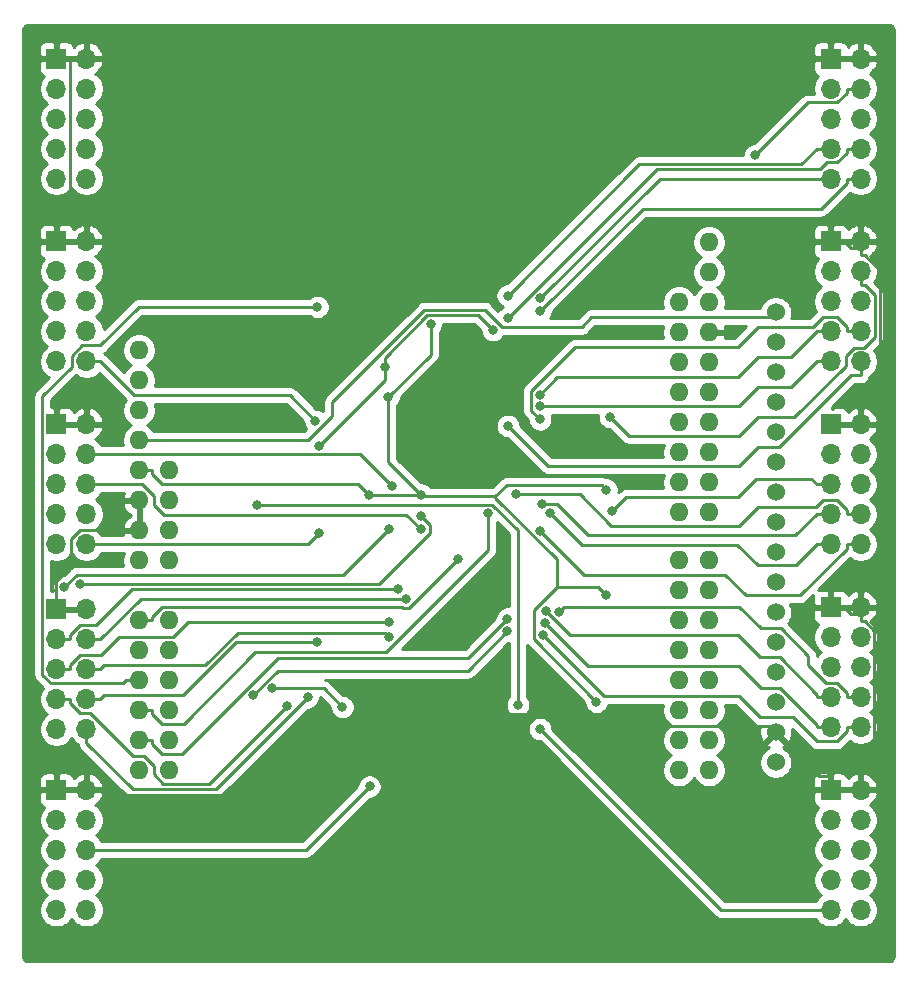
<source format=gbr>
G04 #@! TF.GenerationSoftware,KiCad,Pcbnew,5.1.6-c6e7f7d~86~ubuntu20.04.1*
G04 #@! TF.CreationDate,2020-05-31T11:04:02+02:00*
G04 #@! TF.ProjectId,HPPSI01,48505053-4930-4312-9e6b-696361645f70,rev?*
G04 #@! TF.SameCoordinates,Original*
G04 #@! TF.FileFunction,Copper,L2,Bot*
G04 #@! TF.FilePolarity,Positive*
%FSLAX46Y46*%
G04 Gerber Fmt 4.6, Leading zero omitted, Abs format (unit mm)*
G04 Created by KiCad (PCBNEW 5.1.6-c6e7f7d~86~ubuntu20.04.1) date 2020-05-31 11:04:02*
%MOMM*%
%LPD*%
G01*
G04 APERTURE LIST*
G04 #@! TA.AperFunction,ComponentPad*
%ADD10C,1.524000*%
G04 #@! TD*
G04 #@! TA.AperFunction,ComponentPad*
%ADD11O,1.600000X1.600000*%
G04 #@! TD*
G04 #@! TA.AperFunction,ComponentPad*
%ADD12O,1.700000X1.700000*%
G04 #@! TD*
G04 #@! TA.AperFunction,ComponentPad*
%ADD13R,1.700000X1.700000*%
G04 #@! TD*
G04 #@! TA.AperFunction,ViaPad*
%ADD14C,0.800000*%
G04 #@! TD*
G04 #@! TA.AperFunction,Conductor*
%ADD15C,0.250000*%
G04 #@! TD*
G04 #@! TA.AperFunction,Conductor*
%ADD16C,0.254000*%
G04 #@! TD*
G04 APERTURE END LIST*
D10*
X206360000Y-76490000D03*
X206360000Y-79030000D03*
X206360000Y-81570000D03*
X206360000Y-84110000D03*
X206360000Y-86650000D03*
X206360000Y-89190000D03*
X206360000Y-91730000D03*
X206360000Y-94270000D03*
X206360000Y-96810000D03*
X206360000Y-99350000D03*
X206360000Y-101890000D03*
X206360000Y-104430000D03*
X206360000Y-106970000D03*
X206360000Y-109510000D03*
X206360000Y-112050000D03*
X206360000Y-114590000D03*
D11*
X200716000Y-112716000D03*
X200716000Y-115256000D03*
X200716000Y-73096000D03*
X200716000Y-75636000D03*
X200716000Y-78176000D03*
X200716000Y-80716000D03*
X200716000Y-83256000D03*
X200716000Y-85796000D03*
X200716000Y-88336000D03*
X200716000Y-90876000D03*
X200716000Y-97476000D03*
X200716000Y-100016000D03*
X200716000Y-102556000D03*
X200716000Y-105096000D03*
X200716000Y-107636000D03*
X200716000Y-110176000D03*
X200716000Y-93412000D03*
X200716000Y-70552000D03*
X198176000Y-115256000D03*
X198176000Y-112716000D03*
X198176000Y-110176000D03*
X198176000Y-107636000D03*
X198176000Y-105096000D03*
X198176000Y-102556000D03*
X198176000Y-100016000D03*
X198176000Y-97476000D03*
X198176000Y-93412000D03*
X198176000Y-90872000D03*
X198176000Y-88332000D03*
X198176000Y-85792000D03*
X198176000Y-83252000D03*
X198176000Y-80712000D03*
X198176000Y-78172000D03*
X198176000Y-75632000D03*
X154996000Y-115256000D03*
X154996000Y-112716000D03*
X154996000Y-110176000D03*
X154996000Y-107636000D03*
X154996000Y-105096000D03*
X154996000Y-102556000D03*
X154996000Y-97476000D03*
X154996000Y-94936000D03*
X154996000Y-92396000D03*
X154996000Y-89856000D03*
X152456000Y-115256000D03*
X152456000Y-112716000D03*
X152456000Y-110176000D03*
X152456000Y-107636000D03*
X152456000Y-105096000D03*
X152456000Y-102556000D03*
X152456000Y-97476000D03*
X152456000Y-94936000D03*
X152456000Y-92396000D03*
X152456000Y-89856000D03*
X152456000Y-87316000D03*
X152456000Y-84776000D03*
X152456000Y-82236000D03*
X152456000Y-79696000D03*
D12*
X213540000Y-127080000D03*
X211000000Y-127080000D03*
X213540000Y-124540000D03*
X211000000Y-124540000D03*
X213540000Y-122000000D03*
X211000000Y-122000000D03*
X213540000Y-119460000D03*
X211000000Y-119460000D03*
X213540000Y-116920000D03*
D13*
X211000000Y-116920000D03*
D12*
X148000000Y-127080000D03*
X145460000Y-127080000D03*
X148000000Y-124540000D03*
X145460000Y-124540000D03*
X148000000Y-122000000D03*
X145460000Y-122000000D03*
X148000000Y-119460000D03*
X145460000Y-119460000D03*
X148000000Y-116920000D03*
D13*
X145460000Y-116920000D03*
D12*
X213540000Y-111600000D03*
X211000000Y-111600000D03*
X213540000Y-109060000D03*
X211000000Y-109060000D03*
X213540000Y-106520000D03*
X211000000Y-106520000D03*
X213540000Y-103980000D03*
X211000000Y-103980000D03*
X213540000Y-101440000D03*
D13*
X211000000Y-101440000D03*
D12*
X148000000Y-111760000D03*
X145460000Y-111760000D03*
X148000000Y-109220000D03*
X145460000Y-109220000D03*
X148000000Y-106680000D03*
X145460000Y-106680000D03*
X148000000Y-104140000D03*
X145460000Y-104140000D03*
X148000000Y-101600000D03*
D13*
X145460000Y-101600000D03*
D12*
X213540000Y-96120000D03*
X211000000Y-96120000D03*
X213540000Y-93580000D03*
X211000000Y-93580000D03*
X213540000Y-91040000D03*
X211000000Y-91040000D03*
X213540000Y-88500000D03*
X211000000Y-88500000D03*
X213540000Y-85960000D03*
D13*
X211000000Y-85960000D03*
D12*
X148000000Y-96120000D03*
X145460000Y-96120000D03*
X148000000Y-93580000D03*
X145460000Y-93580000D03*
X148000000Y-91040000D03*
X145460000Y-91040000D03*
X148000000Y-88500000D03*
X145460000Y-88500000D03*
X148000000Y-85960000D03*
D13*
X145460000Y-85960000D03*
D12*
X213540000Y-80640000D03*
X211000000Y-80640000D03*
X213540000Y-78100000D03*
X211000000Y-78100000D03*
X213540000Y-75560000D03*
X211000000Y-75560000D03*
X213540000Y-73020000D03*
X211000000Y-73020000D03*
X213540000Y-70480000D03*
D13*
X211000000Y-70480000D03*
D12*
X148000000Y-80640000D03*
X145460000Y-80640000D03*
X148000000Y-78100000D03*
X145460000Y-78100000D03*
X148000000Y-75560000D03*
X145460000Y-75560000D03*
X148000000Y-73020000D03*
X145460000Y-73020000D03*
X148000000Y-70480000D03*
D13*
X145460000Y-70480000D03*
D12*
X213540000Y-65160000D03*
X211000000Y-65160000D03*
X213540000Y-62620000D03*
X211000000Y-62620000D03*
X213540000Y-60080000D03*
X211000000Y-60080000D03*
X213540000Y-57540000D03*
X211000000Y-57540000D03*
X213540000Y-55000000D03*
D13*
X211000000Y-55000000D03*
D12*
X148000000Y-65160000D03*
X145460000Y-65160000D03*
X148000000Y-62620000D03*
X145460000Y-62620000D03*
X148000000Y-60080000D03*
X145460000Y-60080000D03*
X148000000Y-57540000D03*
X145460000Y-57540000D03*
X148000000Y-55000000D03*
D13*
X145460000Y-55000000D03*
D14*
X186437700Y-76362600D03*
X186445600Y-75296300D03*
X183685200Y-76984500D03*
X183665700Y-75065400D03*
X204589000Y-63201400D03*
X182424100Y-110481300D03*
X184800000Y-81400000D03*
X159400000Y-86200000D03*
X166472200Y-117327800D03*
X206200000Y-121200000D03*
X187000000Y-108200000D03*
X180400000Y-101800000D03*
X182413300Y-77986000D03*
X167696500Y-87771700D03*
X173250200Y-81099900D03*
X179489600Y-97324200D03*
X167384200Y-85659300D03*
X183692000Y-86101000D03*
X186400700Y-84453500D03*
X186410700Y-85552600D03*
X186404600Y-83445700D03*
X192314300Y-85331200D03*
X186418000Y-94979100D03*
X187234300Y-93474600D03*
X184390300Y-91887200D03*
X186534100Y-92725000D03*
X192470400Y-93340500D03*
X167688100Y-95186600D03*
X176303400Y-94851100D03*
X176334000Y-93759300D03*
X147437300Y-99478300D03*
X173874700Y-91178100D03*
X173587300Y-94789000D03*
X146129700Y-99726800D03*
X166721900Y-109088200D03*
X167529900Y-104390400D03*
X164979400Y-109804900D03*
X173599400Y-103970200D03*
X173595700Y-102694200D03*
X175037300Y-100714500D03*
X174382500Y-99932600D03*
X186673500Y-103838300D03*
X186803100Y-102758600D03*
X188024700Y-101851200D03*
X186874400Y-101752500D03*
X171974200Y-116617400D03*
X186415700Y-111780600D03*
X167560200Y-76025000D03*
X182011000Y-93478400D03*
X183648500Y-102412800D03*
X162100000Y-108900700D03*
X183648500Y-103464400D03*
X163733300Y-108328500D03*
X169667000Y-109899300D03*
X162431200Y-92753100D03*
X184534300Y-109729900D03*
X192025300Y-91486200D03*
X173571500Y-83648100D03*
X191177400Y-109452600D03*
X177149600Y-77478500D03*
X191985300Y-100453500D03*
X171945200Y-91907700D03*
X176306700Y-91907700D03*
D15*
X186437700Y-76362600D02*
X195105000Y-67695300D01*
X195105000Y-67695300D02*
X210196800Y-67695300D01*
X210196800Y-67695300D02*
X212364700Y-65527400D01*
X212364700Y-65527400D02*
X212364700Y-65160000D01*
X213540000Y-65160000D02*
X212364700Y-65160000D01*
X211000000Y-65160000D02*
X196581900Y-65160000D01*
X196581900Y-65160000D02*
X186445600Y-75296300D01*
X212364700Y-62620000D02*
X212364700Y-62987400D01*
X212364700Y-62987400D02*
X211556800Y-63795300D01*
X211556800Y-63795300D02*
X210702400Y-63795300D01*
X210702400Y-63795300D02*
X210120500Y-64377200D01*
X210120500Y-64377200D02*
X196292500Y-64377200D01*
X196292500Y-64377200D02*
X183685200Y-76984500D01*
X213540000Y-62620000D02*
X212364700Y-62620000D01*
X211000000Y-62620000D02*
X209824700Y-62620000D01*
X209824700Y-62620000D02*
X208518000Y-63926700D01*
X208518000Y-63926700D02*
X194804400Y-63926700D01*
X194804400Y-63926700D02*
X183665700Y-75065400D01*
X213540000Y-57540000D02*
X212364700Y-57540000D01*
X212364700Y-57540000D02*
X212364700Y-57907400D01*
X212364700Y-57907400D02*
X211556800Y-58715300D01*
X211556800Y-58715300D02*
X209075100Y-58715300D01*
X209075100Y-58715300D02*
X204589000Y-63201400D01*
X152456000Y-94936000D02*
X147483000Y-94936000D01*
X147483000Y-94936000D02*
X146730000Y-95689000D01*
X146730000Y-95689000D02*
X146730000Y-97919200D01*
X146730000Y-97919200D02*
X145404100Y-99245100D01*
X145404100Y-99245100D02*
X145404100Y-100368800D01*
X145404100Y-100368800D02*
X145460000Y-100424700D01*
X145460000Y-101600000D02*
X145460000Y-100424700D01*
X152456000Y-92396000D02*
X152456000Y-94936000D01*
X211000000Y-101440000D02*
X212175300Y-101440000D01*
X213540000Y-102027600D02*
X212762900Y-102027600D01*
X212762900Y-102027600D02*
X212175300Y-101440000D01*
X213540000Y-102027600D02*
X213540000Y-102615300D01*
X213540000Y-101440000D02*
X213540000Y-102027600D01*
X211000000Y-116920000D02*
X211000000Y-115744700D01*
X211000000Y-115744700D02*
X210054700Y-115744700D01*
X210054700Y-115744700D02*
X206360000Y-112050000D01*
X211000000Y-116920000D02*
X212364700Y-116920000D01*
X213540000Y-102615300D02*
X213907400Y-102615300D01*
X213907400Y-102615300D02*
X214715300Y-103423200D01*
X214715300Y-103423200D02*
X214715300Y-114569400D01*
X214715300Y-114569400D02*
X213540000Y-115744700D01*
X213540000Y-116920000D02*
X213540000Y-115744700D01*
X182424100Y-110481300D02*
X190114200Y-110481300D01*
X190114200Y-110481300D02*
X191137500Y-111504600D01*
X191137500Y-111504600D02*
X205814600Y-111504600D01*
X205814600Y-111504600D02*
X206360000Y-112050000D01*
X213540000Y-116920000D02*
X212364700Y-116920000D01*
X149175300Y-116920000D02*
X149583100Y-117327800D01*
X149583100Y-117327800D02*
X166472200Y-117327800D01*
X166620800Y-117327800D02*
X173467300Y-110481300D01*
X173467300Y-110481300D02*
X182424100Y-110481300D01*
X211000000Y-70480000D02*
X212175300Y-70480000D01*
X213540000Y-71067600D02*
X212762900Y-71067600D01*
X212762900Y-71067600D02*
X212175300Y-70480000D01*
X213540000Y-71067600D02*
X213540000Y-71655300D01*
X213540000Y-70480000D02*
X213540000Y-71067600D01*
X213540000Y-85960000D02*
X213540000Y-84784700D01*
X213540000Y-84784700D02*
X215221600Y-83103100D01*
X215221600Y-83103100D02*
X215221600Y-72969600D01*
X215221600Y-72969600D02*
X213907300Y-71655300D01*
X213907300Y-71655300D02*
X213540000Y-71655300D01*
X148000000Y-116920000D02*
X149175300Y-116920000D01*
X145460000Y-116920000D02*
X148000000Y-116920000D01*
X146650600Y-55000000D02*
X148000000Y-55000000D01*
X145460000Y-55000000D02*
X146650600Y-55000000D01*
X146650600Y-55000000D02*
X146650600Y-68114100D01*
X146650600Y-68114100D02*
X145460000Y-69304700D01*
X145460000Y-70480000D02*
X145460000Y-69304700D01*
X148000000Y-101600000D02*
X146635300Y-101600000D01*
X145460000Y-101600000D02*
X146635300Y-101600000D01*
X166472200Y-117327800D02*
X166620800Y-117327800D01*
X173250200Y-81099900D02*
X173250200Y-80317100D01*
X173250200Y-80317100D02*
X176831100Y-76736200D01*
X176831100Y-76736200D02*
X181163500Y-76736200D01*
X181163500Y-76736200D02*
X182413300Y-77986000D01*
X167696500Y-87771700D02*
X173250200Y-82218000D01*
X173250200Y-82218000D02*
X173250200Y-81099900D01*
X179489600Y-97324200D02*
X175331900Y-101481900D01*
X175331900Y-101481900D02*
X174778900Y-101481900D01*
X174778900Y-101481900D02*
X174727700Y-101430700D01*
X174727700Y-101430700D02*
X154425200Y-101430700D01*
X154425200Y-101430700D02*
X153581300Y-102274600D01*
X153581300Y-102274600D02*
X153581300Y-102556000D01*
X152456000Y-102556000D02*
X153581300Y-102556000D01*
X149175300Y-80640000D02*
X152041300Y-83506000D01*
X152041300Y-83506000D02*
X165230900Y-83506000D01*
X165230900Y-83506000D02*
X167384200Y-85659300D01*
X148000000Y-80640000D02*
X149175300Y-80640000D01*
X213540000Y-80640000D02*
X213540000Y-81815300D01*
X213540000Y-81815300D02*
X212776100Y-81815300D01*
X212776100Y-81815300D02*
X206671400Y-87920000D01*
X206671400Y-87920000D02*
X204834800Y-87920000D01*
X204834800Y-87920000D02*
X203277000Y-89477800D01*
X203277000Y-89477800D02*
X187068800Y-89477800D01*
X187068800Y-89477800D02*
X183692000Y-86101000D01*
X209824700Y-80640000D02*
X207624700Y-82840000D01*
X207624700Y-82840000D02*
X204834800Y-82840000D01*
X204834800Y-82840000D02*
X203221300Y-84453500D01*
X203221300Y-84453500D02*
X186400700Y-84453500D01*
X211000000Y-80640000D02*
X209824700Y-80640000D01*
X213540000Y-78100000D02*
X212364700Y-78100000D01*
X212364700Y-78100000D02*
X212364700Y-77732700D01*
X212364700Y-77732700D02*
X211525300Y-76893300D01*
X211525300Y-76893300D02*
X210394500Y-76893300D01*
X210394500Y-76893300D02*
X209527800Y-77760000D01*
X209527800Y-77760000D02*
X204834800Y-77760000D01*
X204834800Y-77760000D02*
X203152800Y-79442000D01*
X203152800Y-79442000D02*
X189356400Y-79442000D01*
X189356400Y-79442000D02*
X185666000Y-83132400D01*
X185666000Y-83132400D02*
X185666000Y-84807900D01*
X185666000Y-84807900D02*
X186410700Y-85552600D01*
X211000000Y-78100000D02*
X209824700Y-78100000D01*
X209824700Y-78100000D02*
X207624700Y-80300000D01*
X207624700Y-80300000D02*
X204834800Y-80300000D01*
X204834800Y-80300000D02*
X203152800Y-81982000D01*
X203152800Y-81982000D02*
X187868300Y-81982000D01*
X187868300Y-81982000D02*
X186404600Y-83445700D01*
X213540000Y-73020000D02*
X213540000Y-74195300D01*
X213540000Y-74195300D02*
X213907300Y-74195300D01*
X213907300Y-74195300D02*
X214741300Y-75029300D01*
X214741300Y-75029300D02*
X214741300Y-78561200D01*
X214741300Y-78561200D02*
X213837900Y-79464600D01*
X213837900Y-79464600D02*
X213014400Y-79464600D01*
X213014400Y-79464600D02*
X212270000Y-80209000D01*
X212270000Y-80209000D02*
X212270000Y-81039000D01*
X212270000Y-81039000D02*
X207929000Y-85380000D01*
X207929000Y-85380000D02*
X204834800Y-85380000D01*
X204834800Y-85380000D02*
X203257900Y-86956900D01*
X203257900Y-86956900D02*
X193940000Y-86956900D01*
X193940000Y-86956900D02*
X192314300Y-85331200D01*
X212364700Y-96120000D02*
X212364700Y-96487300D01*
X212364700Y-96487300D02*
X208409700Y-100442300D01*
X208409700Y-100442300D02*
X203814400Y-100442300D01*
X203814400Y-100442300D02*
X202085300Y-98713200D01*
X202085300Y-98713200D02*
X190152100Y-98713200D01*
X190152100Y-98713200D02*
X186418000Y-94979100D01*
X213540000Y-96120000D02*
X212364700Y-96120000D01*
X209824700Y-96120000D02*
X208046800Y-97897900D01*
X208046800Y-97897900D02*
X204840700Y-97897900D01*
X204840700Y-97897900D02*
X203116000Y-96173200D01*
X203116000Y-96173200D02*
X189932900Y-96173200D01*
X189932900Y-96173200D02*
X187234300Y-93474600D01*
X211000000Y-96120000D02*
X209824700Y-96120000D01*
X213540000Y-93580000D02*
X212364700Y-93580000D01*
X212364700Y-93580000D02*
X212364700Y-93212700D01*
X212364700Y-93212700D02*
X211517900Y-92365900D01*
X211517900Y-92365900D02*
X210401900Y-92365900D01*
X210401900Y-92365900D02*
X209767800Y-93000000D01*
X209767800Y-93000000D02*
X204830800Y-93000000D01*
X204830800Y-93000000D02*
X203288600Y-94542200D01*
X203288600Y-94542200D02*
X192417100Y-94542200D01*
X192417100Y-94542200D02*
X189762100Y-91887200D01*
X189762100Y-91887200D02*
X184390300Y-91887200D01*
X209824700Y-93580000D02*
X208030500Y-95374200D01*
X208030500Y-95374200D02*
X190496100Y-95374200D01*
X190496100Y-95374200D02*
X187846900Y-92725000D01*
X187846900Y-92725000D02*
X186534100Y-92725000D01*
X211000000Y-93580000D02*
X209824700Y-93580000D01*
X209824700Y-91040000D02*
X209389700Y-90605000D01*
X209389700Y-90605000D02*
X204689800Y-90605000D01*
X204689800Y-90605000D02*
X203152800Y-92142000D01*
X203152800Y-92142000D02*
X193668900Y-92142000D01*
X193668900Y-92142000D02*
X192470400Y-93340500D01*
X211000000Y-91040000D02*
X209824700Y-91040000D01*
X149175300Y-96120000D02*
X166754700Y-96120000D01*
X166754700Y-96120000D02*
X167688100Y-95186600D01*
X148000000Y-96120000D02*
X149175300Y-96120000D01*
X148000000Y-91040000D02*
X152704500Y-91040000D01*
X152704500Y-91040000D02*
X153726000Y-92061500D01*
X153726000Y-92061500D02*
X153726000Y-92781100D01*
X153726000Y-92781100D02*
X154558300Y-93613400D01*
X154558300Y-93613400D02*
X175065700Y-93613400D01*
X175065700Y-93613400D02*
X176303400Y-94851100D01*
X176334000Y-93759300D02*
X177086000Y-94511300D01*
X177086000Y-94511300D02*
X177086000Y-95128100D01*
X177086000Y-95128100D02*
X172735800Y-99478300D01*
X172735800Y-99478300D02*
X147437300Y-99478300D01*
X148000000Y-88500000D02*
X149175300Y-88500000D01*
X149175300Y-88500000D02*
X171196600Y-88500000D01*
X171196600Y-88500000D02*
X173874700Y-91178100D01*
X146129700Y-99726800D02*
X147165200Y-98691300D01*
X147165200Y-98691300D02*
X169685000Y-98691300D01*
X169685000Y-98691300D02*
X173587300Y-94789000D01*
X148000000Y-112935300D02*
X151922900Y-116858200D01*
X151922900Y-116858200D02*
X158951900Y-116858200D01*
X158951900Y-116858200D02*
X166721900Y-109088200D01*
X148000000Y-111760000D02*
X148000000Y-112935300D01*
X149175300Y-109220000D02*
X149489300Y-108906000D01*
X149489300Y-108906000D02*
X156170000Y-108906000D01*
X156170000Y-108906000D02*
X160685600Y-104390400D01*
X160685600Y-104390400D02*
X167529900Y-104390400D01*
X148000000Y-109220000D02*
X149175300Y-109220000D01*
X145460000Y-109220000D02*
X146635300Y-109220000D01*
X146635300Y-109220000D02*
X146635300Y-109587400D01*
X146635300Y-109587400D02*
X147443200Y-110395300D01*
X147443200Y-110395300D02*
X148307000Y-110395300D01*
X148307000Y-110395300D02*
X151978100Y-114066400D01*
X151978100Y-114066400D02*
X152863900Y-114066400D01*
X152863900Y-114066400D02*
X153726000Y-114928500D01*
X153726000Y-114928500D02*
X153726000Y-115598900D01*
X153726000Y-115598900D02*
X154521700Y-116394600D01*
X154521700Y-116394600D02*
X158389700Y-116394600D01*
X158389700Y-116394600D02*
X164979400Y-109804900D01*
X149175300Y-106680000D02*
X149489300Y-106366000D01*
X149489300Y-106366000D02*
X158073100Y-106366000D01*
X158073100Y-106366000D02*
X160797900Y-103641200D01*
X160797900Y-103641200D02*
X173270400Y-103641200D01*
X173270400Y-103641200D02*
X173599400Y-103970200D01*
X148000000Y-106680000D02*
X149175300Y-106680000D01*
X145460000Y-106680000D02*
X146635300Y-106680000D01*
X146635300Y-106680000D02*
X146635300Y-106312600D01*
X146635300Y-106312600D02*
X147443200Y-105504700D01*
X147443200Y-105504700D02*
X149226300Y-105504700D01*
X149226300Y-105504700D02*
X150760400Y-103970600D01*
X150760400Y-103970600D02*
X155341600Y-103970600D01*
X155341600Y-103970600D02*
X156618000Y-102694200D01*
X156618000Y-102694200D02*
X173595700Y-102694200D01*
X149175300Y-104140000D02*
X152600800Y-100714500D01*
X152600800Y-100714500D02*
X175037300Y-100714500D01*
X148000000Y-104140000D02*
X149175300Y-104140000D01*
X146635300Y-104140000D02*
X146635300Y-103772600D01*
X146635300Y-103772600D02*
X147443200Y-102964700D01*
X147443200Y-102964700D02*
X148791900Y-102964700D01*
X148791900Y-102964700D02*
X151824000Y-99932600D01*
X151824000Y-99932600D02*
X174382500Y-99932600D01*
X145460000Y-104140000D02*
X146635300Y-104140000D01*
X213540000Y-111600000D02*
X212364700Y-111600000D01*
X212364700Y-111600000D02*
X212364700Y-111967300D01*
X212364700Y-111967300D02*
X211529900Y-112802100D01*
X211529900Y-112802100D02*
X209855500Y-112802100D01*
X209855500Y-112802100D02*
X207833400Y-110780000D01*
X207833400Y-110780000D02*
X205022800Y-110780000D01*
X205022800Y-110780000D02*
X203247600Y-109004800D01*
X203247600Y-109004800D02*
X191840000Y-109004800D01*
X191840000Y-109004800D02*
X186673500Y-103838300D01*
X211000000Y-111600000D02*
X209824700Y-111600000D01*
X209824700Y-111600000D02*
X209824700Y-111379600D01*
X209824700Y-111379600D02*
X206755900Y-108310800D01*
X206755900Y-108310800D02*
X205093600Y-108310800D01*
X205093600Y-108310800D02*
X203244700Y-106461900D01*
X203244700Y-106461900D02*
X190506400Y-106461900D01*
X190506400Y-106461900D02*
X186803100Y-102758600D01*
X213540000Y-109060000D02*
X212364700Y-109060000D01*
X212364700Y-109060000D02*
X212364700Y-108692600D01*
X212364700Y-108692600D02*
X211556800Y-107884700D01*
X211556800Y-107884700D02*
X210623600Y-107884700D01*
X210623600Y-107884700D02*
X209118000Y-106379100D01*
X209118000Y-106379100D02*
X209118000Y-105580100D01*
X209118000Y-105580100D02*
X206768700Y-103230800D01*
X206768700Y-103230800D02*
X205093600Y-103230800D01*
X205093600Y-103230800D02*
X203272700Y-101409900D01*
X203272700Y-101409900D02*
X188466000Y-101409900D01*
X188466000Y-101409900D02*
X188024700Y-101851200D01*
X211000000Y-109060000D02*
X209824700Y-109060000D01*
X209824700Y-109060000D02*
X209824700Y-108839600D01*
X209824700Y-108839600D02*
X206685100Y-105700000D01*
X206685100Y-105700000D02*
X205022800Y-105700000D01*
X205022800Y-105700000D02*
X203148800Y-103826000D01*
X203148800Y-103826000D02*
X188947900Y-103826000D01*
X188947900Y-103826000D02*
X186874400Y-101752500D01*
X148000000Y-122000000D02*
X166591600Y-122000000D01*
X166591600Y-122000000D02*
X171974200Y-116617400D01*
X211000000Y-127080000D02*
X201715100Y-127080000D01*
X201715100Y-127080000D02*
X186415700Y-111780600D01*
X152456000Y-107636000D02*
X151330700Y-107636000D01*
X151330700Y-107636000D02*
X151093500Y-107873200D01*
X151093500Y-107873200D02*
X144978200Y-107873200D01*
X144978200Y-107873200D02*
X144274300Y-107169300D01*
X144274300Y-107169300D02*
X144274300Y-83582000D01*
X144274300Y-83582000D02*
X146764700Y-81091600D01*
X146764700Y-81091600D02*
X146764700Y-80174300D01*
X146764700Y-80174300D02*
X147663600Y-79275400D01*
X147663600Y-79275400D02*
X149170400Y-79275400D01*
X149170400Y-79275400D02*
X152420800Y-76025000D01*
X152420800Y-76025000D02*
X167560200Y-76025000D01*
X152456000Y-110176000D02*
X153581300Y-110176000D01*
X153581300Y-110176000D02*
X153581300Y-110457300D01*
X153581300Y-110457300D02*
X154433800Y-111309800D01*
X154433800Y-111309800D02*
X156257600Y-111309800D01*
X156257600Y-111309800D02*
X162292400Y-105275000D01*
X162292400Y-105275000D02*
X173362900Y-105275000D01*
X173362900Y-105275000D02*
X182011000Y-96626900D01*
X182011000Y-96626900D02*
X182011000Y-93478400D01*
X152456000Y-112716000D02*
X153581300Y-112716000D01*
X183648500Y-102412800D02*
X180335900Y-105725400D01*
X180335900Y-105725400D02*
X164209000Y-105725400D01*
X164209000Y-105725400D02*
X156093100Y-113841300D01*
X156093100Y-113841300D02*
X154425200Y-113841300D01*
X154425200Y-113841300D02*
X153581300Y-112997400D01*
X153581300Y-112997400D02*
X153581300Y-112716000D01*
X183648500Y-103464400D02*
X180297400Y-106815500D01*
X180297400Y-106815500D02*
X164185200Y-106815500D01*
X164185200Y-106815500D02*
X162100000Y-108900700D01*
X169667000Y-109899300D02*
X168096200Y-108328500D01*
X168096200Y-108328500D02*
X163733300Y-108328500D01*
X184534300Y-109729900D02*
X184534300Y-94930900D01*
X184534300Y-94930900D02*
X182356500Y-92753100D01*
X182356500Y-92753100D02*
X162431200Y-92753100D01*
X187812600Y-99742200D02*
X185903800Y-101651000D01*
X185903800Y-101651000D02*
X185903800Y-104179000D01*
X185903800Y-104179000D02*
X191177400Y-109452600D01*
X191985300Y-100453500D02*
X191274000Y-99742200D01*
X191274000Y-99742200D02*
X187812600Y-99742200D01*
X187812600Y-99742200D02*
X187812600Y-97400000D01*
X187812600Y-97400000D02*
X182630500Y-92217900D01*
X182630500Y-92217900D02*
X182630500Y-92062800D01*
X182630500Y-92062800D02*
X176461800Y-92062800D01*
X176461800Y-92062800D02*
X176306700Y-91907700D01*
X182630500Y-92062800D02*
X183584200Y-91109100D01*
X183584200Y-91109100D02*
X191648200Y-91109100D01*
X191648200Y-91109100D02*
X192025300Y-91486200D01*
X173571500Y-83648100D02*
X177149600Y-80070000D01*
X177149600Y-80070000D02*
X177149600Y-77478500D01*
X176306700Y-91907700D02*
X173571500Y-89172500D01*
X173571500Y-89172500D02*
X173571500Y-83648100D01*
X171945200Y-91907700D02*
X171018800Y-90981300D01*
X171018800Y-90981300D02*
X154425200Y-90981300D01*
X154425200Y-90981300D02*
X153581300Y-90137400D01*
X153581300Y-90137400D02*
X153581300Y-89856000D01*
X171945200Y-91907700D02*
X176306700Y-91907700D01*
X152456000Y-89856000D02*
X153581300Y-89856000D01*
X206360000Y-76490000D02*
X205944000Y-76906000D01*
X205944000Y-76906000D02*
X190761300Y-76906000D01*
X190761300Y-76906000D02*
X189943200Y-77724100D01*
X189943200Y-77724100D02*
X183177200Y-77724100D01*
X183177200Y-77724100D02*
X181722000Y-76268900D01*
X181722000Y-76268900D02*
X176617000Y-76268900D01*
X176617000Y-76268900D02*
X168823700Y-84062200D01*
X168823700Y-84062200D02*
X168823700Y-85248000D01*
X168823700Y-85248000D02*
X166755700Y-87316000D01*
X166755700Y-87316000D02*
X153581300Y-87316000D01*
X152456000Y-87316000D02*
X153581300Y-87316000D01*
D16*
G36*
X216065424Y-52177580D02*
G01*
X216128356Y-52196580D01*
X216186405Y-52227445D01*
X216237343Y-52268989D01*
X216279248Y-52319644D01*
X216310515Y-52377471D01*
X216329956Y-52440272D01*
X216340000Y-52535835D01*
X216340001Y-131031711D01*
X216330420Y-131129424D01*
X216311420Y-131192357D01*
X216280554Y-131250406D01*
X216239011Y-131301343D01*
X216188356Y-131343248D01*
X216130529Y-131374515D01*
X216067728Y-131393956D01*
X215972165Y-131404000D01*
X143032279Y-131404000D01*
X142934576Y-131394420D01*
X142871643Y-131375420D01*
X142813594Y-131344554D01*
X142762657Y-131303011D01*
X142720752Y-131252356D01*
X142689485Y-131194529D01*
X142670044Y-131131728D01*
X142660000Y-131036165D01*
X142660000Y-117770000D01*
X143971928Y-117770000D01*
X143984188Y-117894482D01*
X144020498Y-118014180D01*
X144079463Y-118124494D01*
X144158815Y-118221185D01*
X144255506Y-118300537D01*
X144365820Y-118359502D01*
X144438380Y-118381513D01*
X144306525Y-118513368D01*
X144144010Y-118756589D01*
X144032068Y-119026842D01*
X143975000Y-119313740D01*
X143975000Y-119606260D01*
X144032068Y-119893158D01*
X144144010Y-120163411D01*
X144306525Y-120406632D01*
X144513368Y-120613475D01*
X144687760Y-120730000D01*
X144513368Y-120846525D01*
X144306525Y-121053368D01*
X144144010Y-121296589D01*
X144032068Y-121566842D01*
X143975000Y-121853740D01*
X143975000Y-122146260D01*
X144032068Y-122433158D01*
X144144010Y-122703411D01*
X144306525Y-122946632D01*
X144513368Y-123153475D01*
X144687760Y-123270000D01*
X144513368Y-123386525D01*
X144306525Y-123593368D01*
X144144010Y-123836589D01*
X144032068Y-124106842D01*
X143975000Y-124393740D01*
X143975000Y-124686260D01*
X144032068Y-124973158D01*
X144144010Y-125243411D01*
X144306525Y-125486632D01*
X144513368Y-125693475D01*
X144687760Y-125810000D01*
X144513368Y-125926525D01*
X144306525Y-126133368D01*
X144144010Y-126376589D01*
X144032068Y-126646842D01*
X143975000Y-126933740D01*
X143975000Y-127226260D01*
X144032068Y-127513158D01*
X144144010Y-127783411D01*
X144306525Y-128026632D01*
X144513368Y-128233475D01*
X144756589Y-128395990D01*
X145026842Y-128507932D01*
X145313740Y-128565000D01*
X145606260Y-128565000D01*
X145893158Y-128507932D01*
X146163411Y-128395990D01*
X146406632Y-128233475D01*
X146613475Y-128026632D01*
X146730000Y-127852240D01*
X146846525Y-128026632D01*
X147053368Y-128233475D01*
X147296589Y-128395990D01*
X147566842Y-128507932D01*
X147853740Y-128565000D01*
X148146260Y-128565000D01*
X148433158Y-128507932D01*
X148703411Y-128395990D01*
X148946632Y-128233475D01*
X149153475Y-128026632D01*
X149315990Y-127783411D01*
X149427932Y-127513158D01*
X149485000Y-127226260D01*
X149485000Y-126933740D01*
X149427932Y-126646842D01*
X149315990Y-126376589D01*
X149153475Y-126133368D01*
X148946632Y-125926525D01*
X148772240Y-125810000D01*
X148946632Y-125693475D01*
X149153475Y-125486632D01*
X149315990Y-125243411D01*
X149427932Y-124973158D01*
X149485000Y-124686260D01*
X149485000Y-124393740D01*
X149427932Y-124106842D01*
X149315990Y-123836589D01*
X149153475Y-123593368D01*
X148946632Y-123386525D01*
X148772240Y-123270000D01*
X148946632Y-123153475D01*
X149153475Y-122946632D01*
X149278178Y-122760000D01*
X166554278Y-122760000D01*
X166591600Y-122763676D01*
X166628922Y-122760000D01*
X166628933Y-122760000D01*
X166740586Y-122749003D01*
X166883847Y-122705546D01*
X167015876Y-122634974D01*
X167131601Y-122540001D01*
X167155404Y-122510997D01*
X172014002Y-117652400D01*
X172076139Y-117652400D01*
X172276098Y-117612626D01*
X172464456Y-117534605D01*
X172633974Y-117421337D01*
X172778137Y-117277174D01*
X172891405Y-117107656D01*
X172969426Y-116919298D01*
X173009200Y-116719339D01*
X173009200Y-116515461D01*
X172969426Y-116315502D01*
X172891405Y-116127144D01*
X172778137Y-115957626D01*
X172633974Y-115813463D01*
X172464456Y-115700195D01*
X172276098Y-115622174D01*
X172076139Y-115582400D01*
X171872261Y-115582400D01*
X171672302Y-115622174D01*
X171483944Y-115700195D01*
X171314426Y-115813463D01*
X171170263Y-115957626D01*
X171056995Y-116127144D01*
X170978974Y-116315502D01*
X170939200Y-116515461D01*
X170939200Y-116577598D01*
X166276799Y-121240000D01*
X149278178Y-121240000D01*
X149153475Y-121053368D01*
X148946632Y-120846525D01*
X148772240Y-120730000D01*
X148946632Y-120613475D01*
X149153475Y-120406632D01*
X149315990Y-120163411D01*
X149427932Y-119893158D01*
X149485000Y-119606260D01*
X149485000Y-119313740D01*
X149427932Y-119026842D01*
X149315990Y-118756589D01*
X149153475Y-118513368D01*
X148946632Y-118306525D01*
X148764466Y-118184805D01*
X148881355Y-118115178D01*
X149097588Y-117920269D01*
X149271641Y-117686920D01*
X149396825Y-117424099D01*
X149441476Y-117276890D01*
X149320155Y-117047000D01*
X148127000Y-117047000D01*
X148127000Y-117067000D01*
X147873000Y-117067000D01*
X147873000Y-117047000D01*
X145587000Y-117047000D01*
X145587000Y-117067000D01*
X145333000Y-117067000D01*
X145333000Y-117047000D01*
X144133750Y-117047000D01*
X143975000Y-117205750D01*
X143971928Y-117770000D01*
X142660000Y-117770000D01*
X142660000Y-116070000D01*
X143971928Y-116070000D01*
X143975000Y-116634250D01*
X144133750Y-116793000D01*
X145333000Y-116793000D01*
X145333000Y-115593750D01*
X145587000Y-115593750D01*
X145587000Y-116793000D01*
X147873000Y-116793000D01*
X147873000Y-115599186D01*
X148127000Y-115599186D01*
X148127000Y-116793000D01*
X149320155Y-116793000D01*
X149441476Y-116563110D01*
X149396825Y-116415901D01*
X149271641Y-116153080D01*
X149097588Y-115919731D01*
X148881355Y-115724822D01*
X148631252Y-115575843D01*
X148356891Y-115478519D01*
X148127000Y-115599186D01*
X147873000Y-115599186D01*
X147643109Y-115478519D01*
X147368748Y-115575843D01*
X147118645Y-115724822D01*
X146922498Y-115901626D01*
X146899502Y-115825820D01*
X146840537Y-115715506D01*
X146761185Y-115618815D01*
X146664494Y-115539463D01*
X146554180Y-115480498D01*
X146434482Y-115444188D01*
X146310000Y-115431928D01*
X145745750Y-115435000D01*
X145587000Y-115593750D01*
X145333000Y-115593750D01*
X145174250Y-115435000D01*
X144610000Y-115431928D01*
X144485518Y-115444188D01*
X144365820Y-115480498D01*
X144255506Y-115539463D01*
X144158815Y-115618815D01*
X144079463Y-115715506D01*
X144020498Y-115825820D01*
X143984188Y-115945518D01*
X143971928Y-116070000D01*
X142660000Y-116070000D01*
X142660000Y-83582000D01*
X143510624Y-83582000D01*
X143514301Y-83619333D01*
X143514300Y-107131978D01*
X143510624Y-107169300D01*
X143514300Y-107206622D01*
X143514300Y-107206632D01*
X143525297Y-107318285D01*
X143562218Y-107440000D01*
X143568754Y-107461546D01*
X143639326Y-107593576D01*
X143666455Y-107626632D01*
X143734299Y-107709301D01*
X143763302Y-107733103D01*
X144305340Y-108275142D01*
X144144010Y-108516589D01*
X144032068Y-108786842D01*
X143975000Y-109073740D01*
X143975000Y-109366260D01*
X144032068Y-109653158D01*
X144144010Y-109923411D01*
X144306525Y-110166632D01*
X144513368Y-110373475D01*
X144687760Y-110490000D01*
X144513368Y-110606525D01*
X144306525Y-110813368D01*
X144144010Y-111056589D01*
X144032068Y-111326842D01*
X143975000Y-111613740D01*
X143975000Y-111906260D01*
X144032068Y-112193158D01*
X144144010Y-112463411D01*
X144306525Y-112706632D01*
X144513368Y-112913475D01*
X144756589Y-113075990D01*
X145026842Y-113187932D01*
X145313740Y-113245000D01*
X145606260Y-113245000D01*
X145893158Y-113187932D01*
X146163411Y-113075990D01*
X146406632Y-112913475D01*
X146613475Y-112706632D01*
X146730000Y-112532240D01*
X146846525Y-112706632D01*
X147053368Y-112913475D01*
X147246912Y-113042797D01*
X147250998Y-113084285D01*
X147294454Y-113227546D01*
X147365026Y-113359576D01*
X147428627Y-113437073D01*
X147460000Y-113475301D01*
X147488998Y-113499099D01*
X151359105Y-117369208D01*
X151382899Y-117398201D01*
X151411892Y-117421995D01*
X151411896Y-117421999D01*
X151482585Y-117480011D01*
X151498624Y-117493174D01*
X151630653Y-117563746D01*
X151773914Y-117607203D01*
X151885567Y-117618200D01*
X151885576Y-117618200D01*
X151922899Y-117621876D01*
X151960222Y-117618200D01*
X158914578Y-117618200D01*
X158951900Y-117621876D01*
X158989222Y-117618200D01*
X158989233Y-117618200D01*
X159100886Y-117607203D01*
X159244147Y-117563746D01*
X159376176Y-117493174D01*
X159491901Y-117398201D01*
X159515704Y-117369197D01*
X165206241Y-111678661D01*
X185380700Y-111678661D01*
X185380700Y-111882539D01*
X185420474Y-112082498D01*
X185498495Y-112270856D01*
X185611763Y-112440374D01*
X185755926Y-112584537D01*
X185925444Y-112697805D01*
X186113802Y-112775826D01*
X186313761Y-112815600D01*
X186375899Y-112815600D01*
X201151301Y-127591003D01*
X201175099Y-127620001D01*
X201204097Y-127643799D01*
X201290823Y-127714974D01*
X201418859Y-127783411D01*
X201422853Y-127785546D01*
X201566114Y-127829003D01*
X201677767Y-127840000D01*
X201677777Y-127840000D01*
X201715100Y-127843676D01*
X201752423Y-127840000D01*
X209721822Y-127840000D01*
X209846525Y-128026632D01*
X210053368Y-128233475D01*
X210296589Y-128395990D01*
X210566842Y-128507932D01*
X210853740Y-128565000D01*
X211146260Y-128565000D01*
X211433158Y-128507932D01*
X211703411Y-128395990D01*
X211946632Y-128233475D01*
X212153475Y-128026632D01*
X212270000Y-127852240D01*
X212386525Y-128026632D01*
X212593368Y-128233475D01*
X212836589Y-128395990D01*
X213106842Y-128507932D01*
X213393740Y-128565000D01*
X213686260Y-128565000D01*
X213973158Y-128507932D01*
X214243411Y-128395990D01*
X214486632Y-128233475D01*
X214693475Y-128026632D01*
X214855990Y-127783411D01*
X214967932Y-127513158D01*
X215025000Y-127226260D01*
X215025000Y-126933740D01*
X214967932Y-126646842D01*
X214855990Y-126376589D01*
X214693475Y-126133368D01*
X214486632Y-125926525D01*
X214312240Y-125810000D01*
X214486632Y-125693475D01*
X214693475Y-125486632D01*
X214855990Y-125243411D01*
X214967932Y-124973158D01*
X215025000Y-124686260D01*
X215025000Y-124393740D01*
X214967932Y-124106842D01*
X214855990Y-123836589D01*
X214693475Y-123593368D01*
X214486632Y-123386525D01*
X214312240Y-123270000D01*
X214486632Y-123153475D01*
X214693475Y-122946632D01*
X214855990Y-122703411D01*
X214967932Y-122433158D01*
X215025000Y-122146260D01*
X215025000Y-121853740D01*
X214967932Y-121566842D01*
X214855990Y-121296589D01*
X214693475Y-121053368D01*
X214486632Y-120846525D01*
X214312240Y-120730000D01*
X214486632Y-120613475D01*
X214693475Y-120406632D01*
X214855990Y-120163411D01*
X214967932Y-119893158D01*
X215025000Y-119606260D01*
X215025000Y-119313740D01*
X214967932Y-119026842D01*
X214855990Y-118756589D01*
X214693475Y-118513368D01*
X214486632Y-118306525D01*
X214304466Y-118184805D01*
X214421355Y-118115178D01*
X214637588Y-117920269D01*
X214811641Y-117686920D01*
X214936825Y-117424099D01*
X214981476Y-117276890D01*
X214860155Y-117047000D01*
X213667000Y-117047000D01*
X213667000Y-117067000D01*
X213413000Y-117067000D01*
X213413000Y-117047000D01*
X211127000Y-117047000D01*
X211127000Y-117067000D01*
X210873000Y-117067000D01*
X210873000Y-117047000D01*
X209673750Y-117047000D01*
X209515000Y-117205750D01*
X209511928Y-117770000D01*
X209524188Y-117894482D01*
X209560498Y-118014180D01*
X209619463Y-118124494D01*
X209698815Y-118221185D01*
X209795506Y-118300537D01*
X209905820Y-118359502D01*
X209978380Y-118381513D01*
X209846525Y-118513368D01*
X209684010Y-118756589D01*
X209572068Y-119026842D01*
X209515000Y-119313740D01*
X209515000Y-119606260D01*
X209572068Y-119893158D01*
X209684010Y-120163411D01*
X209846525Y-120406632D01*
X210053368Y-120613475D01*
X210227760Y-120730000D01*
X210053368Y-120846525D01*
X209846525Y-121053368D01*
X209684010Y-121296589D01*
X209572068Y-121566842D01*
X209515000Y-121853740D01*
X209515000Y-122146260D01*
X209572068Y-122433158D01*
X209684010Y-122703411D01*
X209846525Y-122946632D01*
X210053368Y-123153475D01*
X210227760Y-123270000D01*
X210053368Y-123386525D01*
X209846525Y-123593368D01*
X209684010Y-123836589D01*
X209572068Y-124106842D01*
X209515000Y-124393740D01*
X209515000Y-124686260D01*
X209572068Y-124973158D01*
X209684010Y-125243411D01*
X209846525Y-125486632D01*
X210053368Y-125693475D01*
X210227760Y-125810000D01*
X210053368Y-125926525D01*
X209846525Y-126133368D01*
X209721822Y-126320000D01*
X202029902Y-126320000D01*
X187450700Y-111740799D01*
X187450700Y-111678661D01*
X187410926Y-111478702D01*
X187332905Y-111290344D01*
X187219637Y-111120826D01*
X187075474Y-110976663D01*
X186905956Y-110863395D01*
X186717598Y-110785374D01*
X186517639Y-110745600D01*
X186313761Y-110745600D01*
X186113802Y-110785374D01*
X185925444Y-110863395D01*
X185755926Y-110976663D01*
X185611763Y-111120826D01*
X185498495Y-111290344D01*
X185420474Y-111478702D01*
X185380700Y-111678661D01*
X165206241Y-111678661D01*
X166761703Y-110123200D01*
X166823839Y-110123200D01*
X167023798Y-110083426D01*
X167212156Y-110005405D01*
X167381674Y-109892137D01*
X167525837Y-109747974D01*
X167639105Y-109578456D01*
X167717126Y-109390098D01*
X167756900Y-109190139D01*
X167756900Y-109088500D01*
X167781399Y-109088500D01*
X168632000Y-109939102D01*
X168632000Y-110001239D01*
X168671774Y-110201198D01*
X168749795Y-110389556D01*
X168863063Y-110559074D01*
X169007226Y-110703237D01*
X169176744Y-110816505D01*
X169365102Y-110894526D01*
X169565061Y-110934300D01*
X169768939Y-110934300D01*
X169968898Y-110894526D01*
X170157256Y-110816505D01*
X170326774Y-110703237D01*
X170470937Y-110559074D01*
X170584205Y-110389556D01*
X170662226Y-110201198D01*
X170702000Y-110001239D01*
X170702000Y-109797361D01*
X170662226Y-109597402D01*
X170584205Y-109409044D01*
X170470937Y-109239526D01*
X170326774Y-109095363D01*
X170157256Y-108982095D01*
X169968898Y-108904074D01*
X169768939Y-108864300D01*
X169706802Y-108864300D01*
X168660004Y-107817503D01*
X168636201Y-107788499D01*
X168520476Y-107693526D01*
X168388447Y-107622954D01*
X168245186Y-107579497D01*
X168204604Y-107575500D01*
X180260078Y-107575500D01*
X180297400Y-107579176D01*
X180334722Y-107575500D01*
X180334733Y-107575500D01*
X180446386Y-107564503D01*
X180589647Y-107521046D01*
X180721676Y-107450474D01*
X180837401Y-107355501D01*
X180861204Y-107326497D01*
X183688302Y-104499400D01*
X183750439Y-104499400D01*
X183774300Y-104494654D01*
X183774300Y-109026189D01*
X183730363Y-109070126D01*
X183617095Y-109239644D01*
X183539074Y-109428002D01*
X183499300Y-109627961D01*
X183499300Y-109831839D01*
X183539074Y-110031798D01*
X183617095Y-110220156D01*
X183730363Y-110389674D01*
X183874526Y-110533837D01*
X184044044Y-110647105D01*
X184232402Y-110725126D01*
X184432361Y-110764900D01*
X184636239Y-110764900D01*
X184836198Y-110725126D01*
X185024556Y-110647105D01*
X185194074Y-110533837D01*
X185338237Y-110389674D01*
X185451505Y-110220156D01*
X185529526Y-110031798D01*
X185569300Y-109831839D01*
X185569300Y-109627961D01*
X185529526Y-109428002D01*
X185451505Y-109239644D01*
X185338237Y-109070126D01*
X185294300Y-109026189D01*
X185294300Y-104634316D01*
X185333965Y-104682647D01*
X185363800Y-104719001D01*
X185392798Y-104742799D01*
X190142400Y-109492402D01*
X190142400Y-109554539D01*
X190182174Y-109754498D01*
X190260195Y-109942856D01*
X190373463Y-110112374D01*
X190517626Y-110256537D01*
X190687144Y-110369805D01*
X190875502Y-110447826D01*
X191075461Y-110487600D01*
X191279339Y-110487600D01*
X191479298Y-110447826D01*
X191667656Y-110369805D01*
X191837174Y-110256537D01*
X191981337Y-110112374D01*
X192094605Y-109942856D01*
X192168359Y-109764800D01*
X196794680Y-109764800D01*
X196741000Y-110034665D01*
X196741000Y-110317335D01*
X196796147Y-110594574D01*
X196904320Y-110855727D01*
X197061363Y-111090759D01*
X197261241Y-111290637D01*
X197493759Y-111446000D01*
X197261241Y-111601363D01*
X197061363Y-111801241D01*
X196904320Y-112036273D01*
X196796147Y-112297426D01*
X196741000Y-112574665D01*
X196741000Y-112857335D01*
X196796147Y-113134574D01*
X196904320Y-113395727D01*
X197061363Y-113630759D01*
X197261241Y-113830637D01*
X197493759Y-113986000D01*
X197261241Y-114141363D01*
X197061363Y-114341241D01*
X196904320Y-114576273D01*
X196796147Y-114837426D01*
X196741000Y-115114665D01*
X196741000Y-115397335D01*
X196796147Y-115674574D01*
X196904320Y-115935727D01*
X197061363Y-116170759D01*
X197261241Y-116370637D01*
X197496273Y-116527680D01*
X197757426Y-116635853D01*
X198034665Y-116691000D01*
X198317335Y-116691000D01*
X198594574Y-116635853D01*
X198855727Y-116527680D01*
X199090759Y-116370637D01*
X199290637Y-116170759D01*
X199446000Y-115938241D01*
X199601363Y-116170759D01*
X199801241Y-116370637D01*
X200036273Y-116527680D01*
X200297426Y-116635853D01*
X200574665Y-116691000D01*
X200857335Y-116691000D01*
X201134574Y-116635853D01*
X201395727Y-116527680D01*
X201630759Y-116370637D01*
X201830637Y-116170759D01*
X201897961Y-116070000D01*
X209511928Y-116070000D01*
X209515000Y-116634250D01*
X209673750Y-116793000D01*
X210873000Y-116793000D01*
X210873000Y-115593750D01*
X211127000Y-115593750D01*
X211127000Y-116793000D01*
X213413000Y-116793000D01*
X213413000Y-115599186D01*
X213667000Y-115599186D01*
X213667000Y-116793000D01*
X214860155Y-116793000D01*
X214981476Y-116563110D01*
X214936825Y-116415901D01*
X214811641Y-116153080D01*
X214637588Y-115919731D01*
X214421355Y-115724822D01*
X214171252Y-115575843D01*
X213896891Y-115478519D01*
X213667000Y-115599186D01*
X213413000Y-115599186D01*
X213183109Y-115478519D01*
X212908748Y-115575843D01*
X212658645Y-115724822D01*
X212462498Y-115901626D01*
X212439502Y-115825820D01*
X212380537Y-115715506D01*
X212301185Y-115618815D01*
X212204494Y-115539463D01*
X212094180Y-115480498D01*
X211974482Y-115444188D01*
X211850000Y-115431928D01*
X211285750Y-115435000D01*
X211127000Y-115593750D01*
X210873000Y-115593750D01*
X210714250Y-115435000D01*
X210150000Y-115431928D01*
X210025518Y-115444188D01*
X209905820Y-115480498D01*
X209795506Y-115539463D01*
X209698815Y-115618815D01*
X209619463Y-115715506D01*
X209560498Y-115825820D01*
X209524188Y-115945518D01*
X209511928Y-116070000D01*
X201897961Y-116070000D01*
X201987680Y-115935727D01*
X202095853Y-115674574D01*
X202151000Y-115397335D01*
X202151000Y-115114665D01*
X202095853Y-114837426D01*
X201987680Y-114576273D01*
X201904917Y-114452408D01*
X204963000Y-114452408D01*
X204963000Y-114727592D01*
X205016686Y-114997490D01*
X205121995Y-115251727D01*
X205274880Y-115480535D01*
X205469465Y-115675120D01*
X205698273Y-115828005D01*
X205952510Y-115933314D01*
X206222408Y-115987000D01*
X206497592Y-115987000D01*
X206767490Y-115933314D01*
X207021727Y-115828005D01*
X207250535Y-115675120D01*
X207445120Y-115480535D01*
X207598005Y-115251727D01*
X207703314Y-114997490D01*
X207757000Y-114727592D01*
X207757000Y-114452408D01*
X207703314Y-114182510D01*
X207598005Y-113928273D01*
X207445120Y-113699465D01*
X207250535Y-113504880D01*
X207021727Y-113351995D01*
X206950057Y-113322308D01*
X206963023Y-113317636D01*
X207078980Y-113255656D01*
X207145960Y-113015565D01*
X206360000Y-112229605D01*
X205574040Y-113015565D01*
X205641020Y-113255656D01*
X205776760Y-113319485D01*
X205698273Y-113351995D01*
X205469465Y-113504880D01*
X205274880Y-113699465D01*
X205121995Y-113928273D01*
X205016686Y-114182510D01*
X204963000Y-114452408D01*
X201904917Y-114452408D01*
X201830637Y-114341241D01*
X201630759Y-114141363D01*
X201398241Y-113986000D01*
X201630759Y-113830637D01*
X201830637Y-113630759D01*
X201987680Y-113395727D01*
X202095853Y-113134574D01*
X202151000Y-112857335D01*
X202151000Y-112574665D01*
X202095853Y-112297426D01*
X201987680Y-112036273D01*
X201830637Y-111801241D01*
X201630759Y-111601363D01*
X201398241Y-111446000D01*
X201630759Y-111290637D01*
X201830637Y-111090759D01*
X201987680Y-110855727D01*
X202095853Y-110594574D01*
X202151000Y-110317335D01*
X202151000Y-110034665D01*
X202097320Y-109764800D01*
X202932799Y-109764800D01*
X204459000Y-111291002D01*
X204482799Y-111320001D01*
X204511797Y-111343799D01*
X204598523Y-111414974D01*
X204671049Y-111453740D01*
X204730553Y-111485546D01*
X204873814Y-111529003D01*
X204985467Y-111540000D01*
X204985477Y-111540000D01*
X205022800Y-111543676D01*
X205055879Y-111540418D01*
X205037244Y-111580048D01*
X204970977Y-111847135D01*
X204958090Y-112122017D01*
X204999078Y-112394133D01*
X205092364Y-112653023D01*
X205154344Y-112768980D01*
X205394435Y-112835960D01*
X206180395Y-112050000D01*
X206166253Y-112035858D01*
X206345858Y-111856253D01*
X206360000Y-111870395D01*
X206374143Y-111856253D01*
X206553748Y-112035858D01*
X206539605Y-112050000D01*
X207325565Y-112835960D01*
X207565656Y-112768980D01*
X207682756Y-112519952D01*
X207749023Y-112252865D01*
X207761910Y-111977983D01*
X207727387Y-111748788D01*
X209291701Y-113313103D01*
X209315499Y-113342101D01*
X209431224Y-113437074D01*
X209563253Y-113507646D01*
X209706514Y-113551103D01*
X209818167Y-113562100D01*
X209818176Y-113562100D01*
X209855499Y-113565776D01*
X209892822Y-113562100D01*
X211492578Y-113562100D01*
X211529900Y-113565776D01*
X211567222Y-113562100D01*
X211567233Y-113562100D01*
X211678886Y-113551103D01*
X211822147Y-113507646D01*
X211954176Y-113437074D01*
X212069901Y-113342101D01*
X212093703Y-113313098D01*
X212629311Y-112777491D01*
X212836589Y-112915990D01*
X213106842Y-113027932D01*
X213393740Y-113085000D01*
X213686260Y-113085000D01*
X213973158Y-113027932D01*
X214243411Y-112915990D01*
X214486632Y-112753475D01*
X214693475Y-112546632D01*
X214855990Y-112303411D01*
X214967932Y-112033158D01*
X215025000Y-111746260D01*
X215025000Y-111453740D01*
X214967932Y-111166842D01*
X214855990Y-110896589D01*
X214693475Y-110653368D01*
X214486632Y-110446525D01*
X214312240Y-110330000D01*
X214486632Y-110213475D01*
X214693475Y-110006632D01*
X214855990Y-109763411D01*
X214967932Y-109493158D01*
X215025000Y-109206260D01*
X215025000Y-108913740D01*
X214967932Y-108626842D01*
X214855990Y-108356589D01*
X214693475Y-108113368D01*
X214486632Y-107906525D01*
X214312240Y-107790000D01*
X214486632Y-107673475D01*
X214693475Y-107466632D01*
X214855990Y-107223411D01*
X214967932Y-106953158D01*
X215025000Y-106666260D01*
X215025000Y-106373740D01*
X214967932Y-106086842D01*
X214855990Y-105816589D01*
X214693475Y-105573368D01*
X214486632Y-105366525D01*
X214312240Y-105250000D01*
X214486632Y-105133475D01*
X214693475Y-104926632D01*
X214855990Y-104683411D01*
X214967932Y-104413158D01*
X215025000Y-104126260D01*
X215025000Y-103833740D01*
X214967932Y-103546842D01*
X214855990Y-103276589D01*
X214693475Y-103033368D01*
X214486632Y-102826525D01*
X214304466Y-102704805D01*
X214421355Y-102635178D01*
X214637588Y-102440269D01*
X214811641Y-102206920D01*
X214936825Y-101944099D01*
X214981476Y-101796890D01*
X214860155Y-101567000D01*
X213667000Y-101567000D01*
X213667000Y-101587000D01*
X213413000Y-101587000D01*
X213413000Y-101567000D01*
X211127000Y-101567000D01*
X211127000Y-101587000D01*
X210873000Y-101587000D01*
X210873000Y-101567000D01*
X209673750Y-101567000D01*
X209515000Y-101725750D01*
X209511928Y-102290000D01*
X209524188Y-102414482D01*
X209560498Y-102534180D01*
X209619463Y-102644494D01*
X209698815Y-102741185D01*
X209795506Y-102820537D01*
X209905820Y-102879502D01*
X209978380Y-102901513D01*
X209846525Y-103033368D01*
X209684010Y-103276589D01*
X209572068Y-103546842D01*
X209515000Y-103833740D01*
X209515000Y-104126260D01*
X209572068Y-104413158D01*
X209684010Y-104683411D01*
X209846525Y-104926632D01*
X210053368Y-105133475D01*
X210227760Y-105250000D01*
X210053368Y-105366525D01*
X209877922Y-105541971D01*
X209867003Y-105431114D01*
X209823546Y-105287853D01*
X209783244Y-105212454D01*
X209752974Y-105155823D01*
X209681799Y-105069097D01*
X209658001Y-105040099D01*
X209629003Y-105016301D01*
X207419178Y-102806477D01*
X207445120Y-102780535D01*
X207598005Y-102551727D01*
X207703314Y-102297490D01*
X207757000Y-102027592D01*
X207757000Y-101752408D01*
X207703314Y-101482510D01*
X207598005Y-101228273D01*
X207580650Y-101202300D01*
X208372378Y-101202300D01*
X208409700Y-101205976D01*
X208447022Y-101202300D01*
X208447033Y-101202300D01*
X208558686Y-101191303D01*
X208701947Y-101147846D01*
X208833976Y-101077274D01*
X208949701Y-100982301D01*
X208973504Y-100953297D01*
X209551579Y-100375222D01*
X209524188Y-100465518D01*
X209511928Y-100590000D01*
X209515000Y-101154250D01*
X209673750Y-101313000D01*
X210873000Y-101313000D01*
X210873000Y-100113750D01*
X211127000Y-100113750D01*
X211127000Y-101313000D01*
X213413000Y-101313000D01*
X213413000Y-100119186D01*
X213667000Y-100119186D01*
X213667000Y-101313000D01*
X214860155Y-101313000D01*
X214981476Y-101083110D01*
X214936825Y-100935901D01*
X214811641Y-100673080D01*
X214637588Y-100439731D01*
X214421355Y-100244822D01*
X214171252Y-100095843D01*
X213896891Y-99998519D01*
X213667000Y-100119186D01*
X213413000Y-100119186D01*
X213183109Y-99998519D01*
X212908748Y-100095843D01*
X212658645Y-100244822D01*
X212462498Y-100421626D01*
X212439502Y-100345820D01*
X212380537Y-100235506D01*
X212301185Y-100138815D01*
X212204494Y-100059463D01*
X212094180Y-100000498D01*
X211974482Y-99964188D01*
X211850000Y-99951928D01*
X211285750Y-99955000D01*
X211127000Y-100113750D01*
X210873000Y-100113750D01*
X210714250Y-99955000D01*
X210150000Y-99951928D01*
X210025518Y-99964188D01*
X209935222Y-99991579D01*
X212629311Y-97297491D01*
X212836589Y-97435990D01*
X213106842Y-97547932D01*
X213393740Y-97605000D01*
X213686260Y-97605000D01*
X213973158Y-97547932D01*
X214243411Y-97435990D01*
X214486632Y-97273475D01*
X214693475Y-97066632D01*
X214855990Y-96823411D01*
X214967932Y-96553158D01*
X215025000Y-96266260D01*
X215025000Y-95973740D01*
X214967932Y-95686842D01*
X214855990Y-95416589D01*
X214693475Y-95173368D01*
X214486632Y-94966525D01*
X214312240Y-94850000D01*
X214486632Y-94733475D01*
X214693475Y-94526632D01*
X214855990Y-94283411D01*
X214967932Y-94013158D01*
X215025000Y-93726260D01*
X215025000Y-93433740D01*
X214967932Y-93146842D01*
X214855990Y-92876589D01*
X214693475Y-92633368D01*
X214486632Y-92426525D01*
X214312240Y-92310000D01*
X214486632Y-92193475D01*
X214693475Y-91986632D01*
X214855990Y-91743411D01*
X214967932Y-91473158D01*
X215025000Y-91186260D01*
X215025000Y-90893740D01*
X214967932Y-90606842D01*
X214855990Y-90336589D01*
X214693475Y-90093368D01*
X214486632Y-89886525D01*
X214312240Y-89770000D01*
X214486632Y-89653475D01*
X214693475Y-89446632D01*
X214855990Y-89203411D01*
X214967932Y-88933158D01*
X215025000Y-88646260D01*
X215025000Y-88353740D01*
X214967932Y-88066842D01*
X214855990Y-87796589D01*
X214693475Y-87553368D01*
X214486632Y-87346525D01*
X214304466Y-87224805D01*
X214421355Y-87155178D01*
X214637588Y-86960269D01*
X214811641Y-86726920D01*
X214936825Y-86464099D01*
X214981476Y-86316890D01*
X214860155Y-86087000D01*
X213667000Y-86087000D01*
X213667000Y-86107000D01*
X213413000Y-86107000D01*
X213413000Y-86087000D01*
X211127000Y-86087000D01*
X211127000Y-86107000D01*
X210873000Y-86107000D01*
X210873000Y-86087000D01*
X210853000Y-86087000D01*
X210853000Y-85833000D01*
X210873000Y-85833000D01*
X210873000Y-85813000D01*
X211127000Y-85813000D01*
X211127000Y-85833000D01*
X213413000Y-85833000D01*
X213413000Y-84639186D01*
X213667000Y-84639186D01*
X213667000Y-85833000D01*
X214860155Y-85833000D01*
X214981476Y-85603110D01*
X214936825Y-85455901D01*
X214811641Y-85193080D01*
X214637588Y-84959731D01*
X214421355Y-84764822D01*
X214171252Y-84615843D01*
X213896891Y-84518519D01*
X213667000Y-84639186D01*
X213413000Y-84639186D01*
X213183109Y-84518519D01*
X212908748Y-84615843D01*
X212658645Y-84764822D01*
X212462498Y-84941626D01*
X212439502Y-84865820D01*
X212380537Y-84755506D01*
X212301185Y-84658815D01*
X212204494Y-84579463D01*
X212094180Y-84520498D01*
X211974482Y-84484188D01*
X211850000Y-84471928D01*
X211285750Y-84475000D01*
X211127002Y-84633748D01*
X211127002Y-84539200D01*
X213090902Y-82575300D01*
X213502667Y-82575300D01*
X213540000Y-82578977D01*
X213688986Y-82564303D01*
X213832247Y-82520846D01*
X213964276Y-82450274D01*
X214080001Y-82355301D01*
X214174974Y-82239576D01*
X214245546Y-82107547D01*
X214289003Y-81964286D01*
X214293089Y-81922796D01*
X214486632Y-81793475D01*
X214693475Y-81586632D01*
X214855990Y-81343411D01*
X214967932Y-81073158D01*
X215025000Y-80786260D01*
X215025000Y-80493740D01*
X214967932Y-80206842D01*
X214855990Y-79936589D01*
X214693475Y-79693368D01*
X214688704Y-79688597D01*
X215252303Y-79124999D01*
X215281301Y-79101201D01*
X215376274Y-78985476D01*
X215446846Y-78853447D01*
X215490303Y-78710186D01*
X215501300Y-78598533D01*
X215504977Y-78561200D01*
X215501300Y-78523867D01*
X215501300Y-75066622D01*
X215504976Y-75029299D01*
X215501300Y-74991976D01*
X215501300Y-74991967D01*
X215490303Y-74880314D01*
X215446846Y-74737053D01*
X215430409Y-74706302D01*
X215376274Y-74605023D01*
X215305099Y-74518297D01*
X215281301Y-74489299D01*
X215252304Y-74465502D01*
X214717491Y-73930690D01*
X214855990Y-73723411D01*
X214967932Y-73453158D01*
X215025000Y-73166260D01*
X215025000Y-72873740D01*
X214967932Y-72586842D01*
X214855990Y-72316589D01*
X214693475Y-72073368D01*
X214486632Y-71866525D01*
X214304466Y-71744805D01*
X214421355Y-71675178D01*
X214637588Y-71480269D01*
X214811641Y-71246920D01*
X214936825Y-70984099D01*
X214981476Y-70836890D01*
X214860155Y-70607000D01*
X213667000Y-70607000D01*
X213667000Y-70627000D01*
X213413000Y-70627000D01*
X213413000Y-70607000D01*
X211127000Y-70607000D01*
X211127000Y-70627000D01*
X210873000Y-70627000D01*
X210873000Y-70607000D01*
X209673750Y-70607000D01*
X209515000Y-70765750D01*
X209511928Y-71330000D01*
X209524188Y-71454482D01*
X209560498Y-71574180D01*
X209619463Y-71684494D01*
X209698815Y-71781185D01*
X209795506Y-71860537D01*
X209905820Y-71919502D01*
X209978380Y-71941513D01*
X209846525Y-72073368D01*
X209684010Y-72316589D01*
X209572068Y-72586842D01*
X209515000Y-72873740D01*
X209515000Y-73166260D01*
X209572068Y-73453158D01*
X209684010Y-73723411D01*
X209846525Y-73966632D01*
X210053368Y-74173475D01*
X210227760Y-74290000D01*
X210053368Y-74406525D01*
X209846525Y-74613368D01*
X209684010Y-74856589D01*
X209572068Y-75126842D01*
X209515000Y-75413740D01*
X209515000Y-75706260D01*
X209572068Y-75993158D01*
X209684010Y-76263411D01*
X209790385Y-76422613D01*
X209212999Y-77000000D01*
X207660853Y-77000000D01*
X207703314Y-76897490D01*
X207757000Y-76627592D01*
X207757000Y-76352408D01*
X207703314Y-76082510D01*
X207598005Y-75828273D01*
X207445120Y-75599465D01*
X207250535Y-75404880D01*
X207021727Y-75251995D01*
X206767490Y-75146686D01*
X206497592Y-75093000D01*
X206222408Y-75093000D01*
X205952510Y-75146686D01*
X205698273Y-75251995D01*
X205469465Y-75404880D01*
X205274880Y-75599465D01*
X205121995Y-75828273D01*
X205016686Y-76082510D01*
X205004057Y-76146000D01*
X202057983Y-76146000D01*
X202095853Y-76054574D01*
X202151000Y-75777335D01*
X202151000Y-75494665D01*
X202095853Y-75217426D01*
X201987680Y-74956273D01*
X201830637Y-74721241D01*
X201630759Y-74521363D01*
X201398241Y-74366000D01*
X201630759Y-74210637D01*
X201830637Y-74010759D01*
X201987680Y-73775727D01*
X202095853Y-73514574D01*
X202151000Y-73237335D01*
X202151000Y-72954665D01*
X202095853Y-72677426D01*
X201987680Y-72416273D01*
X201830637Y-72181241D01*
X201630759Y-71981363D01*
X201395727Y-71824320D01*
X201394954Y-71824000D01*
X201395727Y-71823680D01*
X201630759Y-71666637D01*
X201830637Y-71466759D01*
X201987680Y-71231727D01*
X202095853Y-70970574D01*
X202151000Y-70693335D01*
X202151000Y-70410665D01*
X202095853Y-70133426D01*
X201987680Y-69872273D01*
X201830637Y-69637241D01*
X201823396Y-69630000D01*
X209511928Y-69630000D01*
X209515000Y-70194250D01*
X209673750Y-70353000D01*
X210873000Y-70353000D01*
X210873000Y-69153750D01*
X211127000Y-69153750D01*
X211127000Y-70353000D01*
X213413000Y-70353000D01*
X213413000Y-69159186D01*
X213667000Y-69159186D01*
X213667000Y-70353000D01*
X214860155Y-70353000D01*
X214981476Y-70123110D01*
X214936825Y-69975901D01*
X214811641Y-69713080D01*
X214637588Y-69479731D01*
X214421355Y-69284822D01*
X214171252Y-69135843D01*
X213896891Y-69038519D01*
X213667000Y-69159186D01*
X213413000Y-69159186D01*
X213183109Y-69038519D01*
X212908748Y-69135843D01*
X212658645Y-69284822D01*
X212462498Y-69461626D01*
X212439502Y-69385820D01*
X212380537Y-69275506D01*
X212301185Y-69178815D01*
X212204494Y-69099463D01*
X212094180Y-69040498D01*
X211974482Y-69004188D01*
X211850000Y-68991928D01*
X211285750Y-68995000D01*
X211127000Y-69153750D01*
X210873000Y-69153750D01*
X210714250Y-68995000D01*
X210150000Y-68991928D01*
X210025518Y-69004188D01*
X209905820Y-69040498D01*
X209795506Y-69099463D01*
X209698815Y-69178815D01*
X209619463Y-69275506D01*
X209560498Y-69385820D01*
X209524188Y-69505518D01*
X209511928Y-69630000D01*
X201823396Y-69630000D01*
X201630759Y-69437363D01*
X201395727Y-69280320D01*
X201134574Y-69172147D01*
X200857335Y-69117000D01*
X200574665Y-69117000D01*
X200297426Y-69172147D01*
X200036273Y-69280320D01*
X199801241Y-69437363D01*
X199601363Y-69637241D01*
X199444320Y-69872273D01*
X199336147Y-70133426D01*
X199281000Y-70410665D01*
X199281000Y-70693335D01*
X199336147Y-70970574D01*
X199444320Y-71231727D01*
X199601363Y-71466759D01*
X199801241Y-71666637D01*
X200036273Y-71823680D01*
X200037046Y-71824000D01*
X200036273Y-71824320D01*
X199801241Y-71981363D01*
X199601363Y-72181241D01*
X199444320Y-72416273D01*
X199336147Y-72677426D01*
X199281000Y-72954665D01*
X199281000Y-73237335D01*
X199336147Y-73514574D01*
X199444320Y-73775727D01*
X199601363Y-74010759D01*
X199801241Y-74210637D01*
X200033759Y-74366000D01*
X199801241Y-74521363D01*
X199601363Y-74721241D01*
X199447336Y-74951759D01*
X199290637Y-74717241D01*
X199090759Y-74517363D01*
X198855727Y-74360320D01*
X198594574Y-74252147D01*
X198317335Y-74197000D01*
X198034665Y-74197000D01*
X197757426Y-74252147D01*
X197496273Y-74360320D01*
X197261241Y-74517363D01*
X197061363Y-74717241D01*
X196904320Y-74952273D01*
X196796147Y-75213426D01*
X196741000Y-75490665D01*
X196741000Y-75773335D01*
X196796147Y-76050574D01*
X196835674Y-76146000D01*
X190798622Y-76146000D01*
X190761299Y-76142324D01*
X190723976Y-76146000D01*
X190723967Y-76146000D01*
X190612314Y-76156997D01*
X190483080Y-76196199D01*
X190469053Y-76200454D01*
X190337023Y-76271026D01*
X190271590Y-76324726D01*
X190221299Y-76365999D01*
X190197501Y-76394998D01*
X189628399Y-76964100D01*
X187280574Y-76964100D01*
X187354905Y-76852856D01*
X187432926Y-76664498D01*
X187472700Y-76464539D01*
X187472700Y-76402401D01*
X195419802Y-68455300D01*
X210159478Y-68455300D01*
X210196800Y-68458976D01*
X210234122Y-68455300D01*
X210234133Y-68455300D01*
X210345786Y-68444303D01*
X210489047Y-68400846D01*
X210621076Y-68330274D01*
X210736801Y-68235301D01*
X210760604Y-68206297D01*
X212629371Y-66337531D01*
X212836589Y-66475990D01*
X213106842Y-66587932D01*
X213393740Y-66645000D01*
X213686260Y-66645000D01*
X213973158Y-66587932D01*
X214243411Y-66475990D01*
X214486632Y-66313475D01*
X214693475Y-66106632D01*
X214855990Y-65863411D01*
X214967932Y-65593158D01*
X215025000Y-65306260D01*
X215025000Y-65013740D01*
X214967932Y-64726842D01*
X214855990Y-64456589D01*
X214693475Y-64213368D01*
X214486632Y-64006525D01*
X214312240Y-63890000D01*
X214486632Y-63773475D01*
X214693475Y-63566632D01*
X214855990Y-63323411D01*
X214967932Y-63053158D01*
X215025000Y-62766260D01*
X215025000Y-62473740D01*
X214967932Y-62186842D01*
X214855990Y-61916589D01*
X214693475Y-61673368D01*
X214486632Y-61466525D01*
X214312240Y-61350000D01*
X214486632Y-61233475D01*
X214693475Y-61026632D01*
X214855990Y-60783411D01*
X214967932Y-60513158D01*
X215025000Y-60226260D01*
X215025000Y-59933740D01*
X214967932Y-59646842D01*
X214855990Y-59376589D01*
X214693475Y-59133368D01*
X214486632Y-58926525D01*
X214312240Y-58810000D01*
X214486632Y-58693475D01*
X214693475Y-58486632D01*
X214855990Y-58243411D01*
X214967932Y-57973158D01*
X215025000Y-57686260D01*
X215025000Y-57393740D01*
X214967932Y-57106842D01*
X214855990Y-56836589D01*
X214693475Y-56593368D01*
X214486632Y-56386525D01*
X214304466Y-56264805D01*
X214421355Y-56195178D01*
X214637588Y-56000269D01*
X214811641Y-55766920D01*
X214936825Y-55504099D01*
X214981476Y-55356890D01*
X214860155Y-55127000D01*
X213667000Y-55127000D01*
X213667000Y-55147000D01*
X213413000Y-55147000D01*
X213413000Y-55127000D01*
X211127000Y-55127000D01*
X211127000Y-55147000D01*
X210873000Y-55147000D01*
X210873000Y-55127000D01*
X209673750Y-55127000D01*
X209515000Y-55285750D01*
X209511928Y-55850000D01*
X209524188Y-55974482D01*
X209560498Y-56094180D01*
X209619463Y-56204494D01*
X209698815Y-56301185D01*
X209795506Y-56380537D01*
X209905820Y-56439502D01*
X209978380Y-56461513D01*
X209846525Y-56593368D01*
X209684010Y-56836589D01*
X209572068Y-57106842D01*
X209515000Y-57393740D01*
X209515000Y-57686260D01*
X209568516Y-57955300D01*
X209112422Y-57955300D01*
X209075099Y-57951624D01*
X209037776Y-57955300D01*
X209037767Y-57955300D01*
X208926114Y-57966297D01*
X208782853Y-58009754D01*
X208650824Y-58080326D01*
X208650822Y-58080327D01*
X208650823Y-58080327D01*
X208564096Y-58151501D01*
X208564092Y-58151505D01*
X208535099Y-58175299D01*
X208511305Y-58204292D01*
X204549199Y-62166400D01*
X204487061Y-62166400D01*
X204287102Y-62206174D01*
X204098744Y-62284195D01*
X203929226Y-62397463D01*
X203785063Y-62541626D01*
X203671795Y-62711144D01*
X203593774Y-62899502D01*
X203554000Y-63099461D01*
X203554000Y-63166700D01*
X194841733Y-63166700D01*
X194804400Y-63163023D01*
X194767067Y-63166700D01*
X194655414Y-63177697D01*
X194512153Y-63221154D01*
X194380124Y-63291726D01*
X194264399Y-63386699D01*
X194240601Y-63415697D01*
X183625899Y-74030400D01*
X183563761Y-74030400D01*
X183363802Y-74070174D01*
X183175444Y-74148195D01*
X183005926Y-74261463D01*
X182861763Y-74405626D01*
X182748495Y-74575144D01*
X182670474Y-74763502D01*
X182630700Y-74963461D01*
X182630700Y-75167339D01*
X182670474Y-75367298D01*
X182748495Y-75555656D01*
X182861763Y-75725174D01*
X183005926Y-75869337D01*
X183175444Y-75982605D01*
X183287423Y-76028989D01*
X183194944Y-76067295D01*
X183025426Y-76180563D01*
X182881263Y-76324726D01*
X182869793Y-76341892D01*
X182285804Y-75757903D01*
X182262001Y-75728899D01*
X182146276Y-75633926D01*
X182014247Y-75563354D01*
X181870986Y-75519897D01*
X181759333Y-75508900D01*
X181759322Y-75508900D01*
X181722000Y-75505224D01*
X181684678Y-75508900D01*
X176654333Y-75508900D01*
X176617000Y-75505223D01*
X176579667Y-75508900D01*
X176468014Y-75519897D01*
X176324753Y-75563354D01*
X176192724Y-75633926D01*
X176076999Y-75728899D01*
X176053201Y-75757897D01*
X168312703Y-83498396D01*
X168283699Y-83522199D01*
X168255405Y-83556676D01*
X168188726Y-83637924D01*
X168170298Y-83672401D01*
X168118154Y-83769954D01*
X168074697Y-83913215D01*
X168063700Y-84024868D01*
X168063700Y-84024878D01*
X168060024Y-84062200D01*
X168063700Y-84099523D01*
X168063701Y-84875090D01*
X168043974Y-84855363D01*
X167874456Y-84742095D01*
X167686098Y-84664074D01*
X167486139Y-84624300D01*
X167424002Y-84624300D01*
X165794704Y-82995003D01*
X165770901Y-82965999D01*
X165655176Y-82871026D01*
X165523147Y-82800454D01*
X165379886Y-82756997D01*
X165268233Y-82746000D01*
X165268222Y-82746000D01*
X165230900Y-82742324D01*
X165193578Y-82746000D01*
X153797983Y-82746000D01*
X153835853Y-82654574D01*
X153891000Y-82377335D01*
X153891000Y-82094665D01*
X153835853Y-81817426D01*
X153727680Y-81556273D01*
X153570637Y-81321241D01*
X153370759Y-81121363D01*
X153138241Y-80966000D01*
X153370759Y-80810637D01*
X153570637Y-80610759D01*
X153727680Y-80375727D01*
X153835853Y-80114574D01*
X153891000Y-79837335D01*
X153891000Y-79554665D01*
X153835853Y-79277426D01*
X153727680Y-79016273D01*
X153570637Y-78781241D01*
X153370759Y-78581363D01*
X153135727Y-78424320D01*
X152874574Y-78316147D01*
X152597335Y-78261000D01*
X152314665Y-78261000D01*
X152037426Y-78316147D01*
X151776273Y-78424320D01*
X151541241Y-78581363D01*
X151341363Y-78781241D01*
X151184320Y-79016273D01*
X151076147Y-79277426D01*
X151021000Y-79554665D01*
X151021000Y-79837335D01*
X151076147Y-80114574D01*
X151184320Y-80375727D01*
X151341363Y-80610759D01*
X151541241Y-80810637D01*
X151773759Y-80966000D01*
X151541241Y-81121363D01*
X151341363Y-81321241D01*
X151184320Y-81556273D01*
X151179064Y-81568962D01*
X149739104Y-80129003D01*
X149715301Y-80099999D01*
X149599576Y-80005026D01*
X149508587Y-79956390D01*
X149594676Y-79910374D01*
X149710401Y-79815401D01*
X149734204Y-79786397D01*
X152735602Y-76785000D01*
X166856489Y-76785000D01*
X166900426Y-76828937D01*
X167069944Y-76942205D01*
X167258302Y-77020226D01*
X167458261Y-77060000D01*
X167662139Y-77060000D01*
X167862098Y-77020226D01*
X168050456Y-76942205D01*
X168219974Y-76828937D01*
X168364137Y-76684774D01*
X168477405Y-76515256D01*
X168555426Y-76326898D01*
X168595200Y-76126939D01*
X168595200Y-75923061D01*
X168555426Y-75723102D01*
X168477405Y-75534744D01*
X168364137Y-75365226D01*
X168219974Y-75221063D01*
X168050456Y-75107795D01*
X167862098Y-75029774D01*
X167662139Y-74990000D01*
X167458261Y-74990000D01*
X167258302Y-75029774D01*
X167069944Y-75107795D01*
X166900426Y-75221063D01*
X166856489Y-75265000D01*
X152458125Y-75265000D01*
X152420800Y-75261324D01*
X152383475Y-75265000D01*
X152383467Y-75265000D01*
X152271814Y-75275997D01*
X152128553Y-75319454D01*
X151996524Y-75390026D01*
X151880799Y-75484999D01*
X151857001Y-75513997D01*
X149473761Y-77897238D01*
X149427932Y-77666842D01*
X149315990Y-77396589D01*
X149153475Y-77153368D01*
X148946632Y-76946525D01*
X148772240Y-76830000D01*
X148946632Y-76713475D01*
X149153475Y-76506632D01*
X149315990Y-76263411D01*
X149427932Y-75993158D01*
X149485000Y-75706260D01*
X149485000Y-75413740D01*
X149427932Y-75126842D01*
X149315990Y-74856589D01*
X149153475Y-74613368D01*
X148946632Y-74406525D01*
X148772240Y-74290000D01*
X148946632Y-74173475D01*
X149153475Y-73966632D01*
X149315990Y-73723411D01*
X149427932Y-73453158D01*
X149485000Y-73166260D01*
X149485000Y-72873740D01*
X149427932Y-72586842D01*
X149315990Y-72316589D01*
X149153475Y-72073368D01*
X148946632Y-71866525D01*
X148764466Y-71744805D01*
X148881355Y-71675178D01*
X149097588Y-71480269D01*
X149271641Y-71246920D01*
X149396825Y-70984099D01*
X149441476Y-70836890D01*
X149320155Y-70607000D01*
X148127000Y-70607000D01*
X148127000Y-70627000D01*
X147873000Y-70627000D01*
X147873000Y-70607000D01*
X145587000Y-70607000D01*
X145587000Y-70627000D01*
X145333000Y-70627000D01*
X145333000Y-70607000D01*
X144133750Y-70607000D01*
X143975000Y-70765750D01*
X143971928Y-71330000D01*
X143984188Y-71454482D01*
X144020498Y-71574180D01*
X144079463Y-71684494D01*
X144158815Y-71781185D01*
X144255506Y-71860537D01*
X144365820Y-71919502D01*
X144438380Y-71941513D01*
X144306525Y-72073368D01*
X144144010Y-72316589D01*
X144032068Y-72586842D01*
X143975000Y-72873740D01*
X143975000Y-73166260D01*
X144032068Y-73453158D01*
X144144010Y-73723411D01*
X144306525Y-73966632D01*
X144513368Y-74173475D01*
X144687760Y-74290000D01*
X144513368Y-74406525D01*
X144306525Y-74613368D01*
X144144010Y-74856589D01*
X144032068Y-75126842D01*
X143975000Y-75413740D01*
X143975000Y-75706260D01*
X144032068Y-75993158D01*
X144144010Y-76263411D01*
X144306525Y-76506632D01*
X144513368Y-76713475D01*
X144687760Y-76830000D01*
X144513368Y-76946525D01*
X144306525Y-77153368D01*
X144144010Y-77396589D01*
X144032068Y-77666842D01*
X143975000Y-77953740D01*
X143975000Y-78246260D01*
X144032068Y-78533158D01*
X144144010Y-78803411D01*
X144306525Y-79046632D01*
X144513368Y-79253475D01*
X144687760Y-79370000D01*
X144513368Y-79486525D01*
X144306525Y-79693368D01*
X144144010Y-79936589D01*
X144032068Y-80206842D01*
X143975000Y-80493740D01*
X143975000Y-80786260D01*
X144032068Y-81073158D01*
X144144010Y-81343411D01*
X144306525Y-81586632D01*
X144513368Y-81793475D01*
X144756589Y-81955990D01*
X144805322Y-81976176D01*
X143763298Y-83018201D01*
X143734300Y-83041999D01*
X143710502Y-83070997D01*
X143710501Y-83070998D01*
X143639326Y-83157724D01*
X143568754Y-83289754D01*
X143541379Y-83380001D01*
X143527837Y-83424646D01*
X143525298Y-83433015D01*
X143510624Y-83582000D01*
X142660000Y-83582000D01*
X142660000Y-69630000D01*
X143971928Y-69630000D01*
X143975000Y-70194250D01*
X144133750Y-70353000D01*
X145333000Y-70353000D01*
X145333000Y-69153750D01*
X145587000Y-69153750D01*
X145587000Y-70353000D01*
X147873000Y-70353000D01*
X147873000Y-69159186D01*
X148127000Y-69159186D01*
X148127000Y-70353000D01*
X149320155Y-70353000D01*
X149441476Y-70123110D01*
X149396825Y-69975901D01*
X149271641Y-69713080D01*
X149097588Y-69479731D01*
X148881355Y-69284822D01*
X148631252Y-69135843D01*
X148356891Y-69038519D01*
X148127000Y-69159186D01*
X147873000Y-69159186D01*
X147643109Y-69038519D01*
X147368748Y-69135843D01*
X147118645Y-69284822D01*
X146922498Y-69461626D01*
X146899502Y-69385820D01*
X146840537Y-69275506D01*
X146761185Y-69178815D01*
X146664494Y-69099463D01*
X146554180Y-69040498D01*
X146434482Y-69004188D01*
X146310000Y-68991928D01*
X145745750Y-68995000D01*
X145587000Y-69153750D01*
X145333000Y-69153750D01*
X145174250Y-68995000D01*
X144610000Y-68991928D01*
X144485518Y-69004188D01*
X144365820Y-69040498D01*
X144255506Y-69099463D01*
X144158815Y-69178815D01*
X144079463Y-69275506D01*
X144020498Y-69385820D01*
X143984188Y-69505518D01*
X143971928Y-69630000D01*
X142660000Y-69630000D01*
X142660000Y-55850000D01*
X143971928Y-55850000D01*
X143984188Y-55974482D01*
X144020498Y-56094180D01*
X144079463Y-56204494D01*
X144158815Y-56301185D01*
X144255506Y-56380537D01*
X144365820Y-56439502D01*
X144438380Y-56461513D01*
X144306525Y-56593368D01*
X144144010Y-56836589D01*
X144032068Y-57106842D01*
X143975000Y-57393740D01*
X143975000Y-57686260D01*
X144032068Y-57973158D01*
X144144010Y-58243411D01*
X144306525Y-58486632D01*
X144513368Y-58693475D01*
X144687760Y-58810000D01*
X144513368Y-58926525D01*
X144306525Y-59133368D01*
X144144010Y-59376589D01*
X144032068Y-59646842D01*
X143975000Y-59933740D01*
X143975000Y-60226260D01*
X144032068Y-60513158D01*
X144144010Y-60783411D01*
X144306525Y-61026632D01*
X144513368Y-61233475D01*
X144687760Y-61350000D01*
X144513368Y-61466525D01*
X144306525Y-61673368D01*
X144144010Y-61916589D01*
X144032068Y-62186842D01*
X143975000Y-62473740D01*
X143975000Y-62766260D01*
X144032068Y-63053158D01*
X144144010Y-63323411D01*
X144306525Y-63566632D01*
X144513368Y-63773475D01*
X144687760Y-63890000D01*
X144513368Y-64006525D01*
X144306525Y-64213368D01*
X144144010Y-64456589D01*
X144032068Y-64726842D01*
X143975000Y-65013740D01*
X143975000Y-65306260D01*
X144032068Y-65593158D01*
X144144010Y-65863411D01*
X144306525Y-66106632D01*
X144513368Y-66313475D01*
X144756589Y-66475990D01*
X145026842Y-66587932D01*
X145313740Y-66645000D01*
X145606260Y-66645000D01*
X145893158Y-66587932D01*
X146163411Y-66475990D01*
X146406632Y-66313475D01*
X146613475Y-66106632D01*
X146730000Y-65932240D01*
X146846525Y-66106632D01*
X147053368Y-66313475D01*
X147296589Y-66475990D01*
X147566842Y-66587932D01*
X147853740Y-66645000D01*
X148146260Y-66645000D01*
X148433158Y-66587932D01*
X148703411Y-66475990D01*
X148946632Y-66313475D01*
X149153475Y-66106632D01*
X149315990Y-65863411D01*
X149427932Y-65593158D01*
X149485000Y-65306260D01*
X149485000Y-65013740D01*
X149427932Y-64726842D01*
X149315990Y-64456589D01*
X149153475Y-64213368D01*
X148946632Y-64006525D01*
X148772240Y-63890000D01*
X148946632Y-63773475D01*
X149153475Y-63566632D01*
X149315990Y-63323411D01*
X149427932Y-63053158D01*
X149485000Y-62766260D01*
X149485000Y-62473740D01*
X149427932Y-62186842D01*
X149315990Y-61916589D01*
X149153475Y-61673368D01*
X148946632Y-61466525D01*
X148772240Y-61350000D01*
X148946632Y-61233475D01*
X149153475Y-61026632D01*
X149315990Y-60783411D01*
X149427932Y-60513158D01*
X149485000Y-60226260D01*
X149485000Y-59933740D01*
X149427932Y-59646842D01*
X149315990Y-59376589D01*
X149153475Y-59133368D01*
X148946632Y-58926525D01*
X148772240Y-58810000D01*
X148946632Y-58693475D01*
X149153475Y-58486632D01*
X149315990Y-58243411D01*
X149427932Y-57973158D01*
X149485000Y-57686260D01*
X149485000Y-57393740D01*
X149427932Y-57106842D01*
X149315990Y-56836589D01*
X149153475Y-56593368D01*
X148946632Y-56386525D01*
X148764466Y-56264805D01*
X148881355Y-56195178D01*
X149097588Y-56000269D01*
X149271641Y-55766920D01*
X149396825Y-55504099D01*
X149441476Y-55356890D01*
X149320155Y-55127000D01*
X148127000Y-55127000D01*
X148127000Y-55147000D01*
X147873000Y-55147000D01*
X147873000Y-55127000D01*
X145587000Y-55127000D01*
X145587000Y-55147000D01*
X145333000Y-55147000D01*
X145333000Y-55127000D01*
X144133750Y-55127000D01*
X143975000Y-55285750D01*
X143971928Y-55850000D01*
X142660000Y-55850000D01*
X142660000Y-54150000D01*
X143971928Y-54150000D01*
X143975000Y-54714250D01*
X144133750Y-54873000D01*
X145333000Y-54873000D01*
X145333000Y-53673750D01*
X145587000Y-53673750D01*
X145587000Y-54873000D01*
X147873000Y-54873000D01*
X147873000Y-53679186D01*
X148127000Y-53679186D01*
X148127000Y-54873000D01*
X149320155Y-54873000D01*
X149441476Y-54643110D01*
X149396825Y-54495901D01*
X149271641Y-54233080D01*
X149209673Y-54150000D01*
X209511928Y-54150000D01*
X209515000Y-54714250D01*
X209673750Y-54873000D01*
X210873000Y-54873000D01*
X210873000Y-53673750D01*
X211127000Y-53673750D01*
X211127000Y-54873000D01*
X213413000Y-54873000D01*
X213413000Y-53679186D01*
X213667000Y-53679186D01*
X213667000Y-54873000D01*
X214860155Y-54873000D01*
X214981476Y-54643110D01*
X214936825Y-54495901D01*
X214811641Y-54233080D01*
X214637588Y-53999731D01*
X214421355Y-53804822D01*
X214171252Y-53655843D01*
X213896891Y-53558519D01*
X213667000Y-53679186D01*
X213413000Y-53679186D01*
X213183109Y-53558519D01*
X212908748Y-53655843D01*
X212658645Y-53804822D01*
X212462498Y-53981626D01*
X212439502Y-53905820D01*
X212380537Y-53795506D01*
X212301185Y-53698815D01*
X212204494Y-53619463D01*
X212094180Y-53560498D01*
X211974482Y-53524188D01*
X211850000Y-53511928D01*
X211285750Y-53515000D01*
X211127000Y-53673750D01*
X210873000Y-53673750D01*
X210714250Y-53515000D01*
X210150000Y-53511928D01*
X210025518Y-53524188D01*
X209905820Y-53560498D01*
X209795506Y-53619463D01*
X209698815Y-53698815D01*
X209619463Y-53795506D01*
X209560498Y-53905820D01*
X209524188Y-54025518D01*
X209511928Y-54150000D01*
X149209673Y-54150000D01*
X149097588Y-53999731D01*
X148881355Y-53804822D01*
X148631252Y-53655843D01*
X148356891Y-53558519D01*
X148127000Y-53679186D01*
X147873000Y-53679186D01*
X147643109Y-53558519D01*
X147368748Y-53655843D01*
X147118645Y-53804822D01*
X146922498Y-53981626D01*
X146899502Y-53905820D01*
X146840537Y-53795506D01*
X146761185Y-53698815D01*
X146664494Y-53619463D01*
X146554180Y-53560498D01*
X146434482Y-53524188D01*
X146310000Y-53511928D01*
X145745750Y-53515000D01*
X145587000Y-53673750D01*
X145333000Y-53673750D01*
X145174250Y-53515000D01*
X144610000Y-53511928D01*
X144485518Y-53524188D01*
X144365820Y-53560498D01*
X144255506Y-53619463D01*
X144158815Y-53698815D01*
X144079463Y-53795506D01*
X144020498Y-53905820D01*
X143984188Y-54025518D01*
X143971928Y-54150000D01*
X142660000Y-54150000D01*
X142660000Y-52540279D01*
X142669580Y-52442576D01*
X142688580Y-52379644D01*
X142719445Y-52321595D01*
X142760989Y-52270657D01*
X142811644Y-52228752D01*
X142869471Y-52197485D01*
X142932272Y-52178044D01*
X143027835Y-52168000D01*
X215967721Y-52168000D01*
X216065424Y-52177580D01*
G37*
X216065424Y-52177580D02*
X216128356Y-52196580D01*
X216186405Y-52227445D01*
X216237343Y-52268989D01*
X216279248Y-52319644D01*
X216310515Y-52377471D01*
X216329956Y-52440272D01*
X216340000Y-52535835D01*
X216340001Y-131031711D01*
X216330420Y-131129424D01*
X216311420Y-131192357D01*
X216280554Y-131250406D01*
X216239011Y-131301343D01*
X216188356Y-131343248D01*
X216130529Y-131374515D01*
X216067728Y-131393956D01*
X215972165Y-131404000D01*
X143032279Y-131404000D01*
X142934576Y-131394420D01*
X142871643Y-131375420D01*
X142813594Y-131344554D01*
X142762657Y-131303011D01*
X142720752Y-131252356D01*
X142689485Y-131194529D01*
X142670044Y-131131728D01*
X142660000Y-131036165D01*
X142660000Y-117770000D01*
X143971928Y-117770000D01*
X143984188Y-117894482D01*
X144020498Y-118014180D01*
X144079463Y-118124494D01*
X144158815Y-118221185D01*
X144255506Y-118300537D01*
X144365820Y-118359502D01*
X144438380Y-118381513D01*
X144306525Y-118513368D01*
X144144010Y-118756589D01*
X144032068Y-119026842D01*
X143975000Y-119313740D01*
X143975000Y-119606260D01*
X144032068Y-119893158D01*
X144144010Y-120163411D01*
X144306525Y-120406632D01*
X144513368Y-120613475D01*
X144687760Y-120730000D01*
X144513368Y-120846525D01*
X144306525Y-121053368D01*
X144144010Y-121296589D01*
X144032068Y-121566842D01*
X143975000Y-121853740D01*
X143975000Y-122146260D01*
X144032068Y-122433158D01*
X144144010Y-122703411D01*
X144306525Y-122946632D01*
X144513368Y-123153475D01*
X144687760Y-123270000D01*
X144513368Y-123386525D01*
X144306525Y-123593368D01*
X144144010Y-123836589D01*
X144032068Y-124106842D01*
X143975000Y-124393740D01*
X143975000Y-124686260D01*
X144032068Y-124973158D01*
X144144010Y-125243411D01*
X144306525Y-125486632D01*
X144513368Y-125693475D01*
X144687760Y-125810000D01*
X144513368Y-125926525D01*
X144306525Y-126133368D01*
X144144010Y-126376589D01*
X144032068Y-126646842D01*
X143975000Y-126933740D01*
X143975000Y-127226260D01*
X144032068Y-127513158D01*
X144144010Y-127783411D01*
X144306525Y-128026632D01*
X144513368Y-128233475D01*
X144756589Y-128395990D01*
X145026842Y-128507932D01*
X145313740Y-128565000D01*
X145606260Y-128565000D01*
X145893158Y-128507932D01*
X146163411Y-128395990D01*
X146406632Y-128233475D01*
X146613475Y-128026632D01*
X146730000Y-127852240D01*
X146846525Y-128026632D01*
X147053368Y-128233475D01*
X147296589Y-128395990D01*
X147566842Y-128507932D01*
X147853740Y-128565000D01*
X148146260Y-128565000D01*
X148433158Y-128507932D01*
X148703411Y-128395990D01*
X148946632Y-128233475D01*
X149153475Y-128026632D01*
X149315990Y-127783411D01*
X149427932Y-127513158D01*
X149485000Y-127226260D01*
X149485000Y-126933740D01*
X149427932Y-126646842D01*
X149315990Y-126376589D01*
X149153475Y-126133368D01*
X148946632Y-125926525D01*
X148772240Y-125810000D01*
X148946632Y-125693475D01*
X149153475Y-125486632D01*
X149315990Y-125243411D01*
X149427932Y-124973158D01*
X149485000Y-124686260D01*
X149485000Y-124393740D01*
X149427932Y-124106842D01*
X149315990Y-123836589D01*
X149153475Y-123593368D01*
X148946632Y-123386525D01*
X148772240Y-123270000D01*
X148946632Y-123153475D01*
X149153475Y-122946632D01*
X149278178Y-122760000D01*
X166554278Y-122760000D01*
X166591600Y-122763676D01*
X166628922Y-122760000D01*
X166628933Y-122760000D01*
X166740586Y-122749003D01*
X166883847Y-122705546D01*
X167015876Y-122634974D01*
X167131601Y-122540001D01*
X167155404Y-122510997D01*
X172014002Y-117652400D01*
X172076139Y-117652400D01*
X172276098Y-117612626D01*
X172464456Y-117534605D01*
X172633974Y-117421337D01*
X172778137Y-117277174D01*
X172891405Y-117107656D01*
X172969426Y-116919298D01*
X173009200Y-116719339D01*
X173009200Y-116515461D01*
X172969426Y-116315502D01*
X172891405Y-116127144D01*
X172778137Y-115957626D01*
X172633974Y-115813463D01*
X172464456Y-115700195D01*
X172276098Y-115622174D01*
X172076139Y-115582400D01*
X171872261Y-115582400D01*
X171672302Y-115622174D01*
X171483944Y-115700195D01*
X171314426Y-115813463D01*
X171170263Y-115957626D01*
X171056995Y-116127144D01*
X170978974Y-116315502D01*
X170939200Y-116515461D01*
X170939200Y-116577598D01*
X166276799Y-121240000D01*
X149278178Y-121240000D01*
X149153475Y-121053368D01*
X148946632Y-120846525D01*
X148772240Y-120730000D01*
X148946632Y-120613475D01*
X149153475Y-120406632D01*
X149315990Y-120163411D01*
X149427932Y-119893158D01*
X149485000Y-119606260D01*
X149485000Y-119313740D01*
X149427932Y-119026842D01*
X149315990Y-118756589D01*
X149153475Y-118513368D01*
X148946632Y-118306525D01*
X148764466Y-118184805D01*
X148881355Y-118115178D01*
X149097588Y-117920269D01*
X149271641Y-117686920D01*
X149396825Y-117424099D01*
X149441476Y-117276890D01*
X149320155Y-117047000D01*
X148127000Y-117047000D01*
X148127000Y-117067000D01*
X147873000Y-117067000D01*
X147873000Y-117047000D01*
X145587000Y-117047000D01*
X145587000Y-117067000D01*
X145333000Y-117067000D01*
X145333000Y-117047000D01*
X144133750Y-117047000D01*
X143975000Y-117205750D01*
X143971928Y-117770000D01*
X142660000Y-117770000D01*
X142660000Y-116070000D01*
X143971928Y-116070000D01*
X143975000Y-116634250D01*
X144133750Y-116793000D01*
X145333000Y-116793000D01*
X145333000Y-115593750D01*
X145587000Y-115593750D01*
X145587000Y-116793000D01*
X147873000Y-116793000D01*
X147873000Y-115599186D01*
X148127000Y-115599186D01*
X148127000Y-116793000D01*
X149320155Y-116793000D01*
X149441476Y-116563110D01*
X149396825Y-116415901D01*
X149271641Y-116153080D01*
X149097588Y-115919731D01*
X148881355Y-115724822D01*
X148631252Y-115575843D01*
X148356891Y-115478519D01*
X148127000Y-115599186D01*
X147873000Y-115599186D01*
X147643109Y-115478519D01*
X147368748Y-115575843D01*
X147118645Y-115724822D01*
X146922498Y-115901626D01*
X146899502Y-115825820D01*
X146840537Y-115715506D01*
X146761185Y-115618815D01*
X146664494Y-115539463D01*
X146554180Y-115480498D01*
X146434482Y-115444188D01*
X146310000Y-115431928D01*
X145745750Y-115435000D01*
X145587000Y-115593750D01*
X145333000Y-115593750D01*
X145174250Y-115435000D01*
X144610000Y-115431928D01*
X144485518Y-115444188D01*
X144365820Y-115480498D01*
X144255506Y-115539463D01*
X144158815Y-115618815D01*
X144079463Y-115715506D01*
X144020498Y-115825820D01*
X143984188Y-115945518D01*
X143971928Y-116070000D01*
X142660000Y-116070000D01*
X142660000Y-83582000D01*
X143510624Y-83582000D01*
X143514301Y-83619333D01*
X143514300Y-107131978D01*
X143510624Y-107169300D01*
X143514300Y-107206622D01*
X143514300Y-107206632D01*
X143525297Y-107318285D01*
X143562218Y-107440000D01*
X143568754Y-107461546D01*
X143639326Y-107593576D01*
X143666455Y-107626632D01*
X143734299Y-107709301D01*
X143763302Y-107733103D01*
X144305340Y-108275142D01*
X144144010Y-108516589D01*
X144032068Y-108786842D01*
X143975000Y-109073740D01*
X143975000Y-109366260D01*
X144032068Y-109653158D01*
X144144010Y-109923411D01*
X144306525Y-110166632D01*
X144513368Y-110373475D01*
X144687760Y-110490000D01*
X144513368Y-110606525D01*
X144306525Y-110813368D01*
X144144010Y-111056589D01*
X144032068Y-111326842D01*
X143975000Y-111613740D01*
X143975000Y-111906260D01*
X144032068Y-112193158D01*
X144144010Y-112463411D01*
X144306525Y-112706632D01*
X144513368Y-112913475D01*
X144756589Y-113075990D01*
X145026842Y-113187932D01*
X145313740Y-113245000D01*
X145606260Y-113245000D01*
X145893158Y-113187932D01*
X146163411Y-113075990D01*
X146406632Y-112913475D01*
X146613475Y-112706632D01*
X146730000Y-112532240D01*
X146846525Y-112706632D01*
X147053368Y-112913475D01*
X147246912Y-113042797D01*
X147250998Y-113084285D01*
X147294454Y-113227546D01*
X147365026Y-113359576D01*
X147428627Y-113437073D01*
X147460000Y-113475301D01*
X147488998Y-113499099D01*
X151359105Y-117369208D01*
X151382899Y-117398201D01*
X151411892Y-117421995D01*
X151411896Y-117421999D01*
X151482585Y-117480011D01*
X151498624Y-117493174D01*
X151630653Y-117563746D01*
X151773914Y-117607203D01*
X151885567Y-117618200D01*
X151885576Y-117618200D01*
X151922899Y-117621876D01*
X151960222Y-117618200D01*
X158914578Y-117618200D01*
X158951900Y-117621876D01*
X158989222Y-117618200D01*
X158989233Y-117618200D01*
X159100886Y-117607203D01*
X159244147Y-117563746D01*
X159376176Y-117493174D01*
X159491901Y-117398201D01*
X159515704Y-117369197D01*
X165206241Y-111678661D01*
X185380700Y-111678661D01*
X185380700Y-111882539D01*
X185420474Y-112082498D01*
X185498495Y-112270856D01*
X185611763Y-112440374D01*
X185755926Y-112584537D01*
X185925444Y-112697805D01*
X186113802Y-112775826D01*
X186313761Y-112815600D01*
X186375899Y-112815600D01*
X201151301Y-127591003D01*
X201175099Y-127620001D01*
X201204097Y-127643799D01*
X201290823Y-127714974D01*
X201418859Y-127783411D01*
X201422853Y-127785546D01*
X201566114Y-127829003D01*
X201677767Y-127840000D01*
X201677777Y-127840000D01*
X201715100Y-127843676D01*
X201752423Y-127840000D01*
X209721822Y-127840000D01*
X209846525Y-128026632D01*
X210053368Y-128233475D01*
X210296589Y-128395990D01*
X210566842Y-128507932D01*
X210853740Y-128565000D01*
X211146260Y-128565000D01*
X211433158Y-128507932D01*
X211703411Y-128395990D01*
X211946632Y-128233475D01*
X212153475Y-128026632D01*
X212270000Y-127852240D01*
X212386525Y-128026632D01*
X212593368Y-128233475D01*
X212836589Y-128395990D01*
X213106842Y-128507932D01*
X213393740Y-128565000D01*
X213686260Y-128565000D01*
X213973158Y-128507932D01*
X214243411Y-128395990D01*
X214486632Y-128233475D01*
X214693475Y-128026632D01*
X214855990Y-127783411D01*
X214967932Y-127513158D01*
X215025000Y-127226260D01*
X215025000Y-126933740D01*
X214967932Y-126646842D01*
X214855990Y-126376589D01*
X214693475Y-126133368D01*
X214486632Y-125926525D01*
X214312240Y-125810000D01*
X214486632Y-125693475D01*
X214693475Y-125486632D01*
X214855990Y-125243411D01*
X214967932Y-124973158D01*
X215025000Y-124686260D01*
X215025000Y-124393740D01*
X214967932Y-124106842D01*
X214855990Y-123836589D01*
X214693475Y-123593368D01*
X214486632Y-123386525D01*
X214312240Y-123270000D01*
X214486632Y-123153475D01*
X214693475Y-122946632D01*
X214855990Y-122703411D01*
X214967932Y-122433158D01*
X215025000Y-122146260D01*
X215025000Y-121853740D01*
X214967932Y-121566842D01*
X214855990Y-121296589D01*
X214693475Y-121053368D01*
X214486632Y-120846525D01*
X214312240Y-120730000D01*
X214486632Y-120613475D01*
X214693475Y-120406632D01*
X214855990Y-120163411D01*
X214967932Y-119893158D01*
X215025000Y-119606260D01*
X215025000Y-119313740D01*
X214967932Y-119026842D01*
X214855990Y-118756589D01*
X214693475Y-118513368D01*
X214486632Y-118306525D01*
X214304466Y-118184805D01*
X214421355Y-118115178D01*
X214637588Y-117920269D01*
X214811641Y-117686920D01*
X214936825Y-117424099D01*
X214981476Y-117276890D01*
X214860155Y-117047000D01*
X213667000Y-117047000D01*
X213667000Y-117067000D01*
X213413000Y-117067000D01*
X213413000Y-117047000D01*
X211127000Y-117047000D01*
X211127000Y-117067000D01*
X210873000Y-117067000D01*
X210873000Y-117047000D01*
X209673750Y-117047000D01*
X209515000Y-117205750D01*
X209511928Y-117770000D01*
X209524188Y-117894482D01*
X209560498Y-118014180D01*
X209619463Y-118124494D01*
X209698815Y-118221185D01*
X209795506Y-118300537D01*
X209905820Y-118359502D01*
X209978380Y-118381513D01*
X209846525Y-118513368D01*
X209684010Y-118756589D01*
X209572068Y-119026842D01*
X209515000Y-119313740D01*
X209515000Y-119606260D01*
X209572068Y-119893158D01*
X209684010Y-120163411D01*
X209846525Y-120406632D01*
X210053368Y-120613475D01*
X210227760Y-120730000D01*
X210053368Y-120846525D01*
X209846525Y-121053368D01*
X209684010Y-121296589D01*
X209572068Y-121566842D01*
X209515000Y-121853740D01*
X209515000Y-122146260D01*
X209572068Y-122433158D01*
X209684010Y-122703411D01*
X209846525Y-122946632D01*
X210053368Y-123153475D01*
X210227760Y-123270000D01*
X210053368Y-123386525D01*
X209846525Y-123593368D01*
X209684010Y-123836589D01*
X209572068Y-124106842D01*
X209515000Y-124393740D01*
X209515000Y-124686260D01*
X209572068Y-124973158D01*
X209684010Y-125243411D01*
X209846525Y-125486632D01*
X210053368Y-125693475D01*
X210227760Y-125810000D01*
X210053368Y-125926525D01*
X209846525Y-126133368D01*
X209721822Y-126320000D01*
X202029902Y-126320000D01*
X187450700Y-111740799D01*
X187450700Y-111678661D01*
X187410926Y-111478702D01*
X187332905Y-111290344D01*
X187219637Y-111120826D01*
X187075474Y-110976663D01*
X186905956Y-110863395D01*
X186717598Y-110785374D01*
X186517639Y-110745600D01*
X186313761Y-110745600D01*
X186113802Y-110785374D01*
X185925444Y-110863395D01*
X185755926Y-110976663D01*
X185611763Y-111120826D01*
X185498495Y-111290344D01*
X185420474Y-111478702D01*
X185380700Y-111678661D01*
X165206241Y-111678661D01*
X166761703Y-110123200D01*
X166823839Y-110123200D01*
X167023798Y-110083426D01*
X167212156Y-110005405D01*
X167381674Y-109892137D01*
X167525837Y-109747974D01*
X167639105Y-109578456D01*
X167717126Y-109390098D01*
X167756900Y-109190139D01*
X167756900Y-109088500D01*
X167781399Y-109088500D01*
X168632000Y-109939102D01*
X168632000Y-110001239D01*
X168671774Y-110201198D01*
X168749795Y-110389556D01*
X168863063Y-110559074D01*
X169007226Y-110703237D01*
X169176744Y-110816505D01*
X169365102Y-110894526D01*
X169565061Y-110934300D01*
X169768939Y-110934300D01*
X169968898Y-110894526D01*
X170157256Y-110816505D01*
X170326774Y-110703237D01*
X170470937Y-110559074D01*
X170584205Y-110389556D01*
X170662226Y-110201198D01*
X170702000Y-110001239D01*
X170702000Y-109797361D01*
X170662226Y-109597402D01*
X170584205Y-109409044D01*
X170470937Y-109239526D01*
X170326774Y-109095363D01*
X170157256Y-108982095D01*
X169968898Y-108904074D01*
X169768939Y-108864300D01*
X169706802Y-108864300D01*
X168660004Y-107817503D01*
X168636201Y-107788499D01*
X168520476Y-107693526D01*
X168388447Y-107622954D01*
X168245186Y-107579497D01*
X168204604Y-107575500D01*
X180260078Y-107575500D01*
X180297400Y-107579176D01*
X180334722Y-107575500D01*
X180334733Y-107575500D01*
X180446386Y-107564503D01*
X180589647Y-107521046D01*
X180721676Y-107450474D01*
X180837401Y-107355501D01*
X180861204Y-107326497D01*
X183688302Y-104499400D01*
X183750439Y-104499400D01*
X183774300Y-104494654D01*
X183774300Y-109026189D01*
X183730363Y-109070126D01*
X183617095Y-109239644D01*
X183539074Y-109428002D01*
X183499300Y-109627961D01*
X183499300Y-109831839D01*
X183539074Y-110031798D01*
X183617095Y-110220156D01*
X183730363Y-110389674D01*
X183874526Y-110533837D01*
X184044044Y-110647105D01*
X184232402Y-110725126D01*
X184432361Y-110764900D01*
X184636239Y-110764900D01*
X184836198Y-110725126D01*
X185024556Y-110647105D01*
X185194074Y-110533837D01*
X185338237Y-110389674D01*
X185451505Y-110220156D01*
X185529526Y-110031798D01*
X185569300Y-109831839D01*
X185569300Y-109627961D01*
X185529526Y-109428002D01*
X185451505Y-109239644D01*
X185338237Y-109070126D01*
X185294300Y-109026189D01*
X185294300Y-104634316D01*
X185333965Y-104682647D01*
X185363800Y-104719001D01*
X185392798Y-104742799D01*
X190142400Y-109492402D01*
X190142400Y-109554539D01*
X190182174Y-109754498D01*
X190260195Y-109942856D01*
X190373463Y-110112374D01*
X190517626Y-110256537D01*
X190687144Y-110369805D01*
X190875502Y-110447826D01*
X191075461Y-110487600D01*
X191279339Y-110487600D01*
X191479298Y-110447826D01*
X191667656Y-110369805D01*
X191837174Y-110256537D01*
X191981337Y-110112374D01*
X192094605Y-109942856D01*
X192168359Y-109764800D01*
X196794680Y-109764800D01*
X196741000Y-110034665D01*
X196741000Y-110317335D01*
X196796147Y-110594574D01*
X196904320Y-110855727D01*
X197061363Y-111090759D01*
X197261241Y-111290637D01*
X197493759Y-111446000D01*
X197261241Y-111601363D01*
X197061363Y-111801241D01*
X196904320Y-112036273D01*
X196796147Y-112297426D01*
X196741000Y-112574665D01*
X196741000Y-112857335D01*
X196796147Y-113134574D01*
X196904320Y-113395727D01*
X197061363Y-113630759D01*
X197261241Y-113830637D01*
X197493759Y-113986000D01*
X197261241Y-114141363D01*
X197061363Y-114341241D01*
X196904320Y-114576273D01*
X196796147Y-114837426D01*
X196741000Y-115114665D01*
X196741000Y-115397335D01*
X196796147Y-115674574D01*
X196904320Y-115935727D01*
X197061363Y-116170759D01*
X197261241Y-116370637D01*
X197496273Y-116527680D01*
X197757426Y-116635853D01*
X198034665Y-116691000D01*
X198317335Y-116691000D01*
X198594574Y-116635853D01*
X198855727Y-116527680D01*
X199090759Y-116370637D01*
X199290637Y-116170759D01*
X199446000Y-115938241D01*
X199601363Y-116170759D01*
X199801241Y-116370637D01*
X200036273Y-116527680D01*
X200297426Y-116635853D01*
X200574665Y-116691000D01*
X200857335Y-116691000D01*
X201134574Y-116635853D01*
X201395727Y-116527680D01*
X201630759Y-116370637D01*
X201830637Y-116170759D01*
X201897961Y-116070000D01*
X209511928Y-116070000D01*
X209515000Y-116634250D01*
X209673750Y-116793000D01*
X210873000Y-116793000D01*
X210873000Y-115593750D01*
X211127000Y-115593750D01*
X211127000Y-116793000D01*
X213413000Y-116793000D01*
X213413000Y-115599186D01*
X213667000Y-115599186D01*
X213667000Y-116793000D01*
X214860155Y-116793000D01*
X214981476Y-116563110D01*
X214936825Y-116415901D01*
X214811641Y-116153080D01*
X214637588Y-115919731D01*
X214421355Y-115724822D01*
X214171252Y-115575843D01*
X213896891Y-115478519D01*
X213667000Y-115599186D01*
X213413000Y-115599186D01*
X213183109Y-115478519D01*
X212908748Y-115575843D01*
X212658645Y-115724822D01*
X212462498Y-115901626D01*
X212439502Y-115825820D01*
X212380537Y-115715506D01*
X212301185Y-115618815D01*
X212204494Y-115539463D01*
X212094180Y-115480498D01*
X211974482Y-115444188D01*
X211850000Y-115431928D01*
X211285750Y-115435000D01*
X211127000Y-115593750D01*
X210873000Y-115593750D01*
X210714250Y-115435000D01*
X210150000Y-115431928D01*
X210025518Y-115444188D01*
X209905820Y-115480498D01*
X209795506Y-115539463D01*
X209698815Y-115618815D01*
X209619463Y-115715506D01*
X209560498Y-115825820D01*
X209524188Y-115945518D01*
X209511928Y-116070000D01*
X201897961Y-116070000D01*
X201987680Y-115935727D01*
X202095853Y-115674574D01*
X202151000Y-115397335D01*
X202151000Y-115114665D01*
X202095853Y-114837426D01*
X201987680Y-114576273D01*
X201904917Y-114452408D01*
X204963000Y-114452408D01*
X204963000Y-114727592D01*
X205016686Y-114997490D01*
X205121995Y-115251727D01*
X205274880Y-115480535D01*
X205469465Y-115675120D01*
X205698273Y-115828005D01*
X205952510Y-115933314D01*
X206222408Y-115987000D01*
X206497592Y-115987000D01*
X206767490Y-115933314D01*
X207021727Y-115828005D01*
X207250535Y-115675120D01*
X207445120Y-115480535D01*
X207598005Y-115251727D01*
X207703314Y-114997490D01*
X207757000Y-114727592D01*
X207757000Y-114452408D01*
X207703314Y-114182510D01*
X207598005Y-113928273D01*
X207445120Y-113699465D01*
X207250535Y-113504880D01*
X207021727Y-113351995D01*
X206950057Y-113322308D01*
X206963023Y-113317636D01*
X207078980Y-113255656D01*
X207145960Y-113015565D01*
X206360000Y-112229605D01*
X205574040Y-113015565D01*
X205641020Y-113255656D01*
X205776760Y-113319485D01*
X205698273Y-113351995D01*
X205469465Y-113504880D01*
X205274880Y-113699465D01*
X205121995Y-113928273D01*
X205016686Y-114182510D01*
X204963000Y-114452408D01*
X201904917Y-114452408D01*
X201830637Y-114341241D01*
X201630759Y-114141363D01*
X201398241Y-113986000D01*
X201630759Y-113830637D01*
X201830637Y-113630759D01*
X201987680Y-113395727D01*
X202095853Y-113134574D01*
X202151000Y-112857335D01*
X202151000Y-112574665D01*
X202095853Y-112297426D01*
X201987680Y-112036273D01*
X201830637Y-111801241D01*
X201630759Y-111601363D01*
X201398241Y-111446000D01*
X201630759Y-111290637D01*
X201830637Y-111090759D01*
X201987680Y-110855727D01*
X202095853Y-110594574D01*
X202151000Y-110317335D01*
X202151000Y-110034665D01*
X202097320Y-109764800D01*
X202932799Y-109764800D01*
X204459000Y-111291002D01*
X204482799Y-111320001D01*
X204511797Y-111343799D01*
X204598523Y-111414974D01*
X204671049Y-111453740D01*
X204730553Y-111485546D01*
X204873814Y-111529003D01*
X204985467Y-111540000D01*
X204985477Y-111540000D01*
X205022800Y-111543676D01*
X205055879Y-111540418D01*
X205037244Y-111580048D01*
X204970977Y-111847135D01*
X204958090Y-112122017D01*
X204999078Y-112394133D01*
X205092364Y-112653023D01*
X205154344Y-112768980D01*
X205394435Y-112835960D01*
X206180395Y-112050000D01*
X206166253Y-112035858D01*
X206345858Y-111856253D01*
X206360000Y-111870395D01*
X206374143Y-111856253D01*
X206553748Y-112035858D01*
X206539605Y-112050000D01*
X207325565Y-112835960D01*
X207565656Y-112768980D01*
X207682756Y-112519952D01*
X207749023Y-112252865D01*
X207761910Y-111977983D01*
X207727387Y-111748788D01*
X209291701Y-113313103D01*
X209315499Y-113342101D01*
X209431224Y-113437074D01*
X209563253Y-113507646D01*
X209706514Y-113551103D01*
X209818167Y-113562100D01*
X209818176Y-113562100D01*
X209855499Y-113565776D01*
X209892822Y-113562100D01*
X211492578Y-113562100D01*
X211529900Y-113565776D01*
X211567222Y-113562100D01*
X211567233Y-113562100D01*
X211678886Y-113551103D01*
X211822147Y-113507646D01*
X211954176Y-113437074D01*
X212069901Y-113342101D01*
X212093703Y-113313098D01*
X212629311Y-112777491D01*
X212836589Y-112915990D01*
X213106842Y-113027932D01*
X213393740Y-113085000D01*
X213686260Y-113085000D01*
X213973158Y-113027932D01*
X214243411Y-112915990D01*
X214486632Y-112753475D01*
X214693475Y-112546632D01*
X214855990Y-112303411D01*
X214967932Y-112033158D01*
X215025000Y-111746260D01*
X215025000Y-111453740D01*
X214967932Y-111166842D01*
X214855990Y-110896589D01*
X214693475Y-110653368D01*
X214486632Y-110446525D01*
X214312240Y-110330000D01*
X214486632Y-110213475D01*
X214693475Y-110006632D01*
X214855990Y-109763411D01*
X214967932Y-109493158D01*
X215025000Y-109206260D01*
X215025000Y-108913740D01*
X214967932Y-108626842D01*
X214855990Y-108356589D01*
X214693475Y-108113368D01*
X214486632Y-107906525D01*
X214312240Y-107790000D01*
X214486632Y-107673475D01*
X214693475Y-107466632D01*
X214855990Y-107223411D01*
X214967932Y-106953158D01*
X215025000Y-106666260D01*
X215025000Y-106373740D01*
X214967932Y-106086842D01*
X214855990Y-105816589D01*
X214693475Y-105573368D01*
X214486632Y-105366525D01*
X214312240Y-105250000D01*
X214486632Y-105133475D01*
X214693475Y-104926632D01*
X214855990Y-104683411D01*
X214967932Y-104413158D01*
X215025000Y-104126260D01*
X215025000Y-103833740D01*
X214967932Y-103546842D01*
X214855990Y-103276589D01*
X214693475Y-103033368D01*
X214486632Y-102826525D01*
X214304466Y-102704805D01*
X214421355Y-102635178D01*
X214637588Y-102440269D01*
X214811641Y-102206920D01*
X214936825Y-101944099D01*
X214981476Y-101796890D01*
X214860155Y-101567000D01*
X213667000Y-101567000D01*
X213667000Y-101587000D01*
X213413000Y-101587000D01*
X213413000Y-101567000D01*
X211127000Y-101567000D01*
X211127000Y-101587000D01*
X210873000Y-101587000D01*
X210873000Y-101567000D01*
X209673750Y-101567000D01*
X209515000Y-101725750D01*
X209511928Y-102290000D01*
X209524188Y-102414482D01*
X209560498Y-102534180D01*
X209619463Y-102644494D01*
X209698815Y-102741185D01*
X209795506Y-102820537D01*
X209905820Y-102879502D01*
X209978380Y-102901513D01*
X209846525Y-103033368D01*
X209684010Y-103276589D01*
X209572068Y-103546842D01*
X209515000Y-103833740D01*
X209515000Y-104126260D01*
X209572068Y-104413158D01*
X209684010Y-104683411D01*
X209846525Y-104926632D01*
X210053368Y-105133475D01*
X210227760Y-105250000D01*
X210053368Y-105366525D01*
X209877922Y-105541971D01*
X209867003Y-105431114D01*
X209823546Y-105287853D01*
X209783244Y-105212454D01*
X209752974Y-105155823D01*
X209681799Y-105069097D01*
X209658001Y-105040099D01*
X209629003Y-105016301D01*
X207419178Y-102806477D01*
X207445120Y-102780535D01*
X207598005Y-102551727D01*
X207703314Y-102297490D01*
X207757000Y-102027592D01*
X207757000Y-101752408D01*
X207703314Y-101482510D01*
X207598005Y-101228273D01*
X207580650Y-101202300D01*
X208372378Y-101202300D01*
X208409700Y-101205976D01*
X208447022Y-101202300D01*
X208447033Y-101202300D01*
X208558686Y-101191303D01*
X208701947Y-101147846D01*
X208833976Y-101077274D01*
X208949701Y-100982301D01*
X208973504Y-100953297D01*
X209551579Y-100375222D01*
X209524188Y-100465518D01*
X209511928Y-100590000D01*
X209515000Y-101154250D01*
X209673750Y-101313000D01*
X210873000Y-101313000D01*
X210873000Y-100113750D01*
X211127000Y-100113750D01*
X211127000Y-101313000D01*
X213413000Y-101313000D01*
X213413000Y-100119186D01*
X213667000Y-100119186D01*
X213667000Y-101313000D01*
X214860155Y-101313000D01*
X214981476Y-101083110D01*
X214936825Y-100935901D01*
X214811641Y-100673080D01*
X214637588Y-100439731D01*
X214421355Y-100244822D01*
X214171252Y-100095843D01*
X213896891Y-99998519D01*
X213667000Y-100119186D01*
X213413000Y-100119186D01*
X213183109Y-99998519D01*
X212908748Y-100095843D01*
X212658645Y-100244822D01*
X212462498Y-100421626D01*
X212439502Y-100345820D01*
X212380537Y-100235506D01*
X212301185Y-100138815D01*
X212204494Y-100059463D01*
X212094180Y-100000498D01*
X211974482Y-99964188D01*
X211850000Y-99951928D01*
X211285750Y-99955000D01*
X211127000Y-100113750D01*
X210873000Y-100113750D01*
X210714250Y-99955000D01*
X210150000Y-99951928D01*
X210025518Y-99964188D01*
X209935222Y-99991579D01*
X212629311Y-97297491D01*
X212836589Y-97435990D01*
X213106842Y-97547932D01*
X213393740Y-97605000D01*
X213686260Y-97605000D01*
X213973158Y-97547932D01*
X214243411Y-97435990D01*
X214486632Y-97273475D01*
X214693475Y-97066632D01*
X214855990Y-96823411D01*
X214967932Y-96553158D01*
X215025000Y-96266260D01*
X215025000Y-95973740D01*
X214967932Y-95686842D01*
X214855990Y-95416589D01*
X214693475Y-95173368D01*
X214486632Y-94966525D01*
X214312240Y-94850000D01*
X214486632Y-94733475D01*
X214693475Y-94526632D01*
X214855990Y-94283411D01*
X214967932Y-94013158D01*
X215025000Y-93726260D01*
X215025000Y-93433740D01*
X214967932Y-93146842D01*
X214855990Y-92876589D01*
X214693475Y-92633368D01*
X214486632Y-92426525D01*
X214312240Y-92310000D01*
X214486632Y-92193475D01*
X214693475Y-91986632D01*
X214855990Y-91743411D01*
X214967932Y-91473158D01*
X215025000Y-91186260D01*
X215025000Y-90893740D01*
X214967932Y-90606842D01*
X214855990Y-90336589D01*
X214693475Y-90093368D01*
X214486632Y-89886525D01*
X214312240Y-89770000D01*
X214486632Y-89653475D01*
X214693475Y-89446632D01*
X214855990Y-89203411D01*
X214967932Y-88933158D01*
X215025000Y-88646260D01*
X215025000Y-88353740D01*
X214967932Y-88066842D01*
X214855990Y-87796589D01*
X214693475Y-87553368D01*
X214486632Y-87346525D01*
X214304466Y-87224805D01*
X214421355Y-87155178D01*
X214637588Y-86960269D01*
X214811641Y-86726920D01*
X214936825Y-86464099D01*
X214981476Y-86316890D01*
X214860155Y-86087000D01*
X213667000Y-86087000D01*
X213667000Y-86107000D01*
X213413000Y-86107000D01*
X213413000Y-86087000D01*
X211127000Y-86087000D01*
X211127000Y-86107000D01*
X210873000Y-86107000D01*
X210873000Y-86087000D01*
X210853000Y-86087000D01*
X210853000Y-85833000D01*
X210873000Y-85833000D01*
X210873000Y-85813000D01*
X211127000Y-85813000D01*
X211127000Y-85833000D01*
X213413000Y-85833000D01*
X213413000Y-84639186D01*
X213667000Y-84639186D01*
X213667000Y-85833000D01*
X214860155Y-85833000D01*
X214981476Y-85603110D01*
X214936825Y-85455901D01*
X214811641Y-85193080D01*
X214637588Y-84959731D01*
X214421355Y-84764822D01*
X214171252Y-84615843D01*
X213896891Y-84518519D01*
X213667000Y-84639186D01*
X213413000Y-84639186D01*
X213183109Y-84518519D01*
X212908748Y-84615843D01*
X212658645Y-84764822D01*
X212462498Y-84941626D01*
X212439502Y-84865820D01*
X212380537Y-84755506D01*
X212301185Y-84658815D01*
X212204494Y-84579463D01*
X212094180Y-84520498D01*
X211974482Y-84484188D01*
X211850000Y-84471928D01*
X211285750Y-84475000D01*
X211127002Y-84633748D01*
X211127002Y-84539200D01*
X213090902Y-82575300D01*
X213502667Y-82575300D01*
X213540000Y-82578977D01*
X213688986Y-82564303D01*
X213832247Y-82520846D01*
X213964276Y-82450274D01*
X214080001Y-82355301D01*
X214174974Y-82239576D01*
X214245546Y-82107547D01*
X214289003Y-81964286D01*
X214293089Y-81922796D01*
X214486632Y-81793475D01*
X214693475Y-81586632D01*
X214855990Y-81343411D01*
X214967932Y-81073158D01*
X215025000Y-80786260D01*
X215025000Y-80493740D01*
X214967932Y-80206842D01*
X214855990Y-79936589D01*
X214693475Y-79693368D01*
X214688704Y-79688597D01*
X215252303Y-79124999D01*
X215281301Y-79101201D01*
X215376274Y-78985476D01*
X215446846Y-78853447D01*
X215490303Y-78710186D01*
X215501300Y-78598533D01*
X215504977Y-78561200D01*
X215501300Y-78523867D01*
X215501300Y-75066622D01*
X215504976Y-75029299D01*
X215501300Y-74991976D01*
X215501300Y-74991967D01*
X215490303Y-74880314D01*
X215446846Y-74737053D01*
X215430409Y-74706302D01*
X215376274Y-74605023D01*
X215305099Y-74518297D01*
X215281301Y-74489299D01*
X215252304Y-74465502D01*
X214717491Y-73930690D01*
X214855990Y-73723411D01*
X214967932Y-73453158D01*
X215025000Y-73166260D01*
X215025000Y-72873740D01*
X214967932Y-72586842D01*
X214855990Y-72316589D01*
X214693475Y-72073368D01*
X214486632Y-71866525D01*
X214304466Y-71744805D01*
X214421355Y-71675178D01*
X214637588Y-71480269D01*
X214811641Y-71246920D01*
X214936825Y-70984099D01*
X214981476Y-70836890D01*
X214860155Y-70607000D01*
X213667000Y-70607000D01*
X213667000Y-70627000D01*
X213413000Y-70627000D01*
X213413000Y-70607000D01*
X211127000Y-70607000D01*
X211127000Y-70627000D01*
X210873000Y-70627000D01*
X210873000Y-70607000D01*
X209673750Y-70607000D01*
X209515000Y-70765750D01*
X209511928Y-71330000D01*
X209524188Y-71454482D01*
X209560498Y-71574180D01*
X209619463Y-71684494D01*
X209698815Y-71781185D01*
X209795506Y-71860537D01*
X209905820Y-71919502D01*
X209978380Y-71941513D01*
X209846525Y-72073368D01*
X209684010Y-72316589D01*
X209572068Y-72586842D01*
X209515000Y-72873740D01*
X209515000Y-73166260D01*
X209572068Y-73453158D01*
X209684010Y-73723411D01*
X209846525Y-73966632D01*
X210053368Y-74173475D01*
X210227760Y-74290000D01*
X210053368Y-74406525D01*
X209846525Y-74613368D01*
X209684010Y-74856589D01*
X209572068Y-75126842D01*
X209515000Y-75413740D01*
X209515000Y-75706260D01*
X209572068Y-75993158D01*
X209684010Y-76263411D01*
X209790385Y-76422613D01*
X209212999Y-77000000D01*
X207660853Y-77000000D01*
X207703314Y-76897490D01*
X207757000Y-76627592D01*
X207757000Y-76352408D01*
X207703314Y-76082510D01*
X207598005Y-75828273D01*
X207445120Y-75599465D01*
X207250535Y-75404880D01*
X207021727Y-75251995D01*
X206767490Y-75146686D01*
X206497592Y-75093000D01*
X206222408Y-75093000D01*
X205952510Y-75146686D01*
X205698273Y-75251995D01*
X205469465Y-75404880D01*
X205274880Y-75599465D01*
X205121995Y-75828273D01*
X205016686Y-76082510D01*
X205004057Y-76146000D01*
X202057983Y-76146000D01*
X202095853Y-76054574D01*
X202151000Y-75777335D01*
X202151000Y-75494665D01*
X202095853Y-75217426D01*
X201987680Y-74956273D01*
X201830637Y-74721241D01*
X201630759Y-74521363D01*
X201398241Y-74366000D01*
X201630759Y-74210637D01*
X201830637Y-74010759D01*
X201987680Y-73775727D01*
X202095853Y-73514574D01*
X202151000Y-73237335D01*
X202151000Y-72954665D01*
X202095853Y-72677426D01*
X201987680Y-72416273D01*
X201830637Y-72181241D01*
X201630759Y-71981363D01*
X201395727Y-71824320D01*
X201394954Y-71824000D01*
X201395727Y-71823680D01*
X201630759Y-71666637D01*
X201830637Y-71466759D01*
X201987680Y-71231727D01*
X202095853Y-70970574D01*
X202151000Y-70693335D01*
X202151000Y-70410665D01*
X202095853Y-70133426D01*
X201987680Y-69872273D01*
X201830637Y-69637241D01*
X201823396Y-69630000D01*
X209511928Y-69630000D01*
X209515000Y-70194250D01*
X209673750Y-70353000D01*
X210873000Y-70353000D01*
X210873000Y-69153750D01*
X211127000Y-69153750D01*
X211127000Y-70353000D01*
X213413000Y-70353000D01*
X213413000Y-69159186D01*
X213667000Y-69159186D01*
X213667000Y-70353000D01*
X214860155Y-70353000D01*
X214981476Y-70123110D01*
X214936825Y-69975901D01*
X214811641Y-69713080D01*
X214637588Y-69479731D01*
X214421355Y-69284822D01*
X214171252Y-69135843D01*
X213896891Y-69038519D01*
X213667000Y-69159186D01*
X213413000Y-69159186D01*
X213183109Y-69038519D01*
X212908748Y-69135843D01*
X212658645Y-69284822D01*
X212462498Y-69461626D01*
X212439502Y-69385820D01*
X212380537Y-69275506D01*
X212301185Y-69178815D01*
X212204494Y-69099463D01*
X212094180Y-69040498D01*
X211974482Y-69004188D01*
X211850000Y-68991928D01*
X211285750Y-68995000D01*
X211127000Y-69153750D01*
X210873000Y-69153750D01*
X210714250Y-68995000D01*
X210150000Y-68991928D01*
X210025518Y-69004188D01*
X209905820Y-69040498D01*
X209795506Y-69099463D01*
X209698815Y-69178815D01*
X209619463Y-69275506D01*
X209560498Y-69385820D01*
X209524188Y-69505518D01*
X209511928Y-69630000D01*
X201823396Y-69630000D01*
X201630759Y-69437363D01*
X201395727Y-69280320D01*
X201134574Y-69172147D01*
X200857335Y-69117000D01*
X200574665Y-69117000D01*
X200297426Y-69172147D01*
X200036273Y-69280320D01*
X199801241Y-69437363D01*
X199601363Y-69637241D01*
X199444320Y-69872273D01*
X199336147Y-70133426D01*
X199281000Y-70410665D01*
X199281000Y-70693335D01*
X199336147Y-70970574D01*
X199444320Y-71231727D01*
X199601363Y-71466759D01*
X199801241Y-71666637D01*
X200036273Y-71823680D01*
X200037046Y-71824000D01*
X200036273Y-71824320D01*
X199801241Y-71981363D01*
X199601363Y-72181241D01*
X199444320Y-72416273D01*
X199336147Y-72677426D01*
X199281000Y-72954665D01*
X199281000Y-73237335D01*
X199336147Y-73514574D01*
X199444320Y-73775727D01*
X199601363Y-74010759D01*
X199801241Y-74210637D01*
X200033759Y-74366000D01*
X199801241Y-74521363D01*
X199601363Y-74721241D01*
X199447336Y-74951759D01*
X199290637Y-74717241D01*
X199090759Y-74517363D01*
X198855727Y-74360320D01*
X198594574Y-74252147D01*
X198317335Y-74197000D01*
X198034665Y-74197000D01*
X197757426Y-74252147D01*
X197496273Y-74360320D01*
X197261241Y-74517363D01*
X197061363Y-74717241D01*
X196904320Y-74952273D01*
X196796147Y-75213426D01*
X196741000Y-75490665D01*
X196741000Y-75773335D01*
X196796147Y-76050574D01*
X196835674Y-76146000D01*
X190798622Y-76146000D01*
X190761299Y-76142324D01*
X190723976Y-76146000D01*
X190723967Y-76146000D01*
X190612314Y-76156997D01*
X190483080Y-76196199D01*
X190469053Y-76200454D01*
X190337023Y-76271026D01*
X190271590Y-76324726D01*
X190221299Y-76365999D01*
X190197501Y-76394998D01*
X189628399Y-76964100D01*
X187280574Y-76964100D01*
X187354905Y-76852856D01*
X187432926Y-76664498D01*
X187472700Y-76464539D01*
X187472700Y-76402401D01*
X195419802Y-68455300D01*
X210159478Y-68455300D01*
X210196800Y-68458976D01*
X210234122Y-68455300D01*
X210234133Y-68455300D01*
X210345786Y-68444303D01*
X210489047Y-68400846D01*
X210621076Y-68330274D01*
X210736801Y-68235301D01*
X210760604Y-68206297D01*
X212629371Y-66337531D01*
X212836589Y-66475990D01*
X213106842Y-66587932D01*
X213393740Y-66645000D01*
X213686260Y-66645000D01*
X213973158Y-66587932D01*
X214243411Y-66475990D01*
X214486632Y-66313475D01*
X214693475Y-66106632D01*
X214855990Y-65863411D01*
X214967932Y-65593158D01*
X215025000Y-65306260D01*
X215025000Y-65013740D01*
X214967932Y-64726842D01*
X214855990Y-64456589D01*
X214693475Y-64213368D01*
X214486632Y-64006525D01*
X214312240Y-63890000D01*
X214486632Y-63773475D01*
X214693475Y-63566632D01*
X214855990Y-63323411D01*
X214967932Y-63053158D01*
X215025000Y-62766260D01*
X215025000Y-62473740D01*
X214967932Y-62186842D01*
X214855990Y-61916589D01*
X214693475Y-61673368D01*
X214486632Y-61466525D01*
X214312240Y-61350000D01*
X214486632Y-61233475D01*
X214693475Y-61026632D01*
X214855990Y-60783411D01*
X214967932Y-60513158D01*
X215025000Y-60226260D01*
X215025000Y-59933740D01*
X214967932Y-59646842D01*
X214855990Y-59376589D01*
X214693475Y-59133368D01*
X214486632Y-58926525D01*
X214312240Y-58810000D01*
X214486632Y-58693475D01*
X214693475Y-58486632D01*
X214855990Y-58243411D01*
X214967932Y-57973158D01*
X215025000Y-57686260D01*
X215025000Y-57393740D01*
X214967932Y-57106842D01*
X214855990Y-56836589D01*
X214693475Y-56593368D01*
X214486632Y-56386525D01*
X214304466Y-56264805D01*
X214421355Y-56195178D01*
X214637588Y-56000269D01*
X214811641Y-55766920D01*
X214936825Y-55504099D01*
X214981476Y-55356890D01*
X214860155Y-55127000D01*
X213667000Y-55127000D01*
X213667000Y-55147000D01*
X213413000Y-55147000D01*
X213413000Y-55127000D01*
X211127000Y-55127000D01*
X211127000Y-55147000D01*
X210873000Y-55147000D01*
X210873000Y-55127000D01*
X209673750Y-55127000D01*
X209515000Y-55285750D01*
X209511928Y-55850000D01*
X209524188Y-55974482D01*
X209560498Y-56094180D01*
X209619463Y-56204494D01*
X209698815Y-56301185D01*
X209795506Y-56380537D01*
X209905820Y-56439502D01*
X209978380Y-56461513D01*
X209846525Y-56593368D01*
X209684010Y-56836589D01*
X209572068Y-57106842D01*
X209515000Y-57393740D01*
X209515000Y-57686260D01*
X209568516Y-57955300D01*
X209112422Y-57955300D01*
X209075099Y-57951624D01*
X209037776Y-57955300D01*
X209037767Y-57955300D01*
X208926114Y-57966297D01*
X208782853Y-58009754D01*
X208650824Y-58080326D01*
X208650822Y-58080327D01*
X208650823Y-58080327D01*
X208564096Y-58151501D01*
X208564092Y-58151505D01*
X208535099Y-58175299D01*
X208511305Y-58204292D01*
X204549199Y-62166400D01*
X204487061Y-62166400D01*
X204287102Y-62206174D01*
X204098744Y-62284195D01*
X203929226Y-62397463D01*
X203785063Y-62541626D01*
X203671795Y-62711144D01*
X203593774Y-62899502D01*
X203554000Y-63099461D01*
X203554000Y-63166700D01*
X194841733Y-63166700D01*
X194804400Y-63163023D01*
X194767067Y-63166700D01*
X194655414Y-63177697D01*
X194512153Y-63221154D01*
X194380124Y-63291726D01*
X194264399Y-63386699D01*
X194240601Y-63415697D01*
X183625899Y-74030400D01*
X183563761Y-74030400D01*
X183363802Y-74070174D01*
X183175444Y-74148195D01*
X183005926Y-74261463D01*
X182861763Y-74405626D01*
X182748495Y-74575144D01*
X182670474Y-74763502D01*
X182630700Y-74963461D01*
X182630700Y-75167339D01*
X182670474Y-75367298D01*
X182748495Y-75555656D01*
X182861763Y-75725174D01*
X183005926Y-75869337D01*
X183175444Y-75982605D01*
X183287423Y-76028989D01*
X183194944Y-76067295D01*
X183025426Y-76180563D01*
X182881263Y-76324726D01*
X182869793Y-76341892D01*
X182285804Y-75757903D01*
X182262001Y-75728899D01*
X182146276Y-75633926D01*
X182014247Y-75563354D01*
X181870986Y-75519897D01*
X181759333Y-75508900D01*
X181759322Y-75508900D01*
X181722000Y-75505224D01*
X181684678Y-75508900D01*
X176654333Y-75508900D01*
X176617000Y-75505223D01*
X176579667Y-75508900D01*
X176468014Y-75519897D01*
X176324753Y-75563354D01*
X176192724Y-75633926D01*
X176076999Y-75728899D01*
X176053201Y-75757897D01*
X168312703Y-83498396D01*
X168283699Y-83522199D01*
X168255405Y-83556676D01*
X168188726Y-83637924D01*
X168170298Y-83672401D01*
X168118154Y-83769954D01*
X168074697Y-83913215D01*
X168063700Y-84024868D01*
X168063700Y-84024878D01*
X168060024Y-84062200D01*
X168063700Y-84099523D01*
X168063701Y-84875090D01*
X168043974Y-84855363D01*
X167874456Y-84742095D01*
X167686098Y-84664074D01*
X167486139Y-84624300D01*
X167424002Y-84624300D01*
X165794704Y-82995003D01*
X165770901Y-82965999D01*
X165655176Y-82871026D01*
X165523147Y-82800454D01*
X165379886Y-82756997D01*
X165268233Y-82746000D01*
X165268222Y-82746000D01*
X165230900Y-82742324D01*
X165193578Y-82746000D01*
X153797983Y-82746000D01*
X153835853Y-82654574D01*
X153891000Y-82377335D01*
X153891000Y-82094665D01*
X153835853Y-81817426D01*
X153727680Y-81556273D01*
X153570637Y-81321241D01*
X153370759Y-81121363D01*
X153138241Y-80966000D01*
X153370759Y-80810637D01*
X153570637Y-80610759D01*
X153727680Y-80375727D01*
X153835853Y-80114574D01*
X153891000Y-79837335D01*
X153891000Y-79554665D01*
X153835853Y-79277426D01*
X153727680Y-79016273D01*
X153570637Y-78781241D01*
X153370759Y-78581363D01*
X153135727Y-78424320D01*
X152874574Y-78316147D01*
X152597335Y-78261000D01*
X152314665Y-78261000D01*
X152037426Y-78316147D01*
X151776273Y-78424320D01*
X151541241Y-78581363D01*
X151341363Y-78781241D01*
X151184320Y-79016273D01*
X151076147Y-79277426D01*
X151021000Y-79554665D01*
X151021000Y-79837335D01*
X151076147Y-80114574D01*
X151184320Y-80375727D01*
X151341363Y-80610759D01*
X151541241Y-80810637D01*
X151773759Y-80966000D01*
X151541241Y-81121363D01*
X151341363Y-81321241D01*
X151184320Y-81556273D01*
X151179064Y-81568962D01*
X149739104Y-80129003D01*
X149715301Y-80099999D01*
X149599576Y-80005026D01*
X149508587Y-79956390D01*
X149594676Y-79910374D01*
X149710401Y-79815401D01*
X149734204Y-79786397D01*
X152735602Y-76785000D01*
X166856489Y-76785000D01*
X166900426Y-76828937D01*
X167069944Y-76942205D01*
X167258302Y-77020226D01*
X167458261Y-77060000D01*
X167662139Y-77060000D01*
X167862098Y-77020226D01*
X168050456Y-76942205D01*
X168219974Y-76828937D01*
X168364137Y-76684774D01*
X168477405Y-76515256D01*
X168555426Y-76326898D01*
X168595200Y-76126939D01*
X168595200Y-75923061D01*
X168555426Y-75723102D01*
X168477405Y-75534744D01*
X168364137Y-75365226D01*
X168219974Y-75221063D01*
X168050456Y-75107795D01*
X167862098Y-75029774D01*
X167662139Y-74990000D01*
X167458261Y-74990000D01*
X167258302Y-75029774D01*
X167069944Y-75107795D01*
X166900426Y-75221063D01*
X166856489Y-75265000D01*
X152458125Y-75265000D01*
X152420800Y-75261324D01*
X152383475Y-75265000D01*
X152383467Y-75265000D01*
X152271814Y-75275997D01*
X152128553Y-75319454D01*
X151996524Y-75390026D01*
X151880799Y-75484999D01*
X151857001Y-75513997D01*
X149473761Y-77897238D01*
X149427932Y-77666842D01*
X149315990Y-77396589D01*
X149153475Y-77153368D01*
X148946632Y-76946525D01*
X148772240Y-76830000D01*
X148946632Y-76713475D01*
X149153475Y-76506632D01*
X149315990Y-76263411D01*
X149427932Y-75993158D01*
X149485000Y-75706260D01*
X149485000Y-75413740D01*
X149427932Y-75126842D01*
X149315990Y-74856589D01*
X149153475Y-74613368D01*
X148946632Y-74406525D01*
X148772240Y-74290000D01*
X148946632Y-74173475D01*
X149153475Y-73966632D01*
X149315990Y-73723411D01*
X149427932Y-73453158D01*
X149485000Y-73166260D01*
X149485000Y-72873740D01*
X149427932Y-72586842D01*
X149315990Y-72316589D01*
X149153475Y-72073368D01*
X148946632Y-71866525D01*
X148764466Y-71744805D01*
X148881355Y-71675178D01*
X149097588Y-71480269D01*
X149271641Y-71246920D01*
X149396825Y-70984099D01*
X149441476Y-70836890D01*
X149320155Y-70607000D01*
X148127000Y-70607000D01*
X148127000Y-70627000D01*
X147873000Y-70627000D01*
X147873000Y-70607000D01*
X145587000Y-70607000D01*
X145587000Y-70627000D01*
X145333000Y-70627000D01*
X145333000Y-70607000D01*
X144133750Y-70607000D01*
X143975000Y-70765750D01*
X143971928Y-71330000D01*
X143984188Y-71454482D01*
X144020498Y-71574180D01*
X144079463Y-71684494D01*
X144158815Y-71781185D01*
X144255506Y-71860537D01*
X144365820Y-71919502D01*
X144438380Y-71941513D01*
X144306525Y-72073368D01*
X144144010Y-72316589D01*
X144032068Y-72586842D01*
X143975000Y-72873740D01*
X143975000Y-73166260D01*
X144032068Y-73453158D01*
X144144010Y-73723411D01*
X144306525Y-73966632D01*
X144513368Y-74173475D01*
X144687760Y-74290000D01*
X144513368Y-74406525D01*
X144306525Y-74613368D01*
X144144010Y-74856589D01*
X144032068Y-75126842D01*
X143975000Y-75413740D01*
X143975000Y-75706260D01*
X144032068Y-75993158D01*
X144144010Y-76263411D01*
X144306525Y-76506632D01*
X144513368Y-76713475D01*
X144687760Y-76830000D01*
X144513368Y-76946525D01*
X144306525Y-77153368D01*
X144144010Y-77396589D01*
X144032068Y-77666842D01*
X143975000Y-77953740D01*
X143975000Y-78246260D01*
X144032068Y-78533158D01*
X144144010Y-78803411D01*
X144306525Y-79046632D01*
X144513368Y-79253475D01*
X144687760Y-79370000D01*
X144513368Y-79486525D01*
X144306525Y-79693368D01*
X144144010Y-79936589D01*
X144032068Y-80206842D01*
X143975000Y-80493740D01*
X143975000Y-80786260D01*
X144032068Y-81073158D01*
X144144010Y-81343411D01*
X144306525Y-81586632D01*
X144513368Y-81793475D01*
X144756589Y-81955990D01*
X144805322Y-81976176D01*
X143763298Y-83018201D01*
X143734300Y-83041999D01*
X143710502Y-83070997D01*
X143710501Y-83070998D01*
X143639326Y-83157724D01*
X143568754Y-83289754D01*
X143541379Y-83380001D01*
X143527837Y-83424646D01*
X143525298Y-83433015D01*
X143510624Y-83582000D01*
X142660000Y-83582000D01*
X142660000Y-69630000D01*
X143971928Y-69630000D01*
X143975000Y-70194250D01*
X144133750Y-70353000D01*
X145333000Y-70353000D01*
X145333000Y-69153750D01*
X145587000Y-69153750D01*
X145587000Y-70353000D01*
X147873000Y-70353000D01*
X147873000Y-69159186D01*
X148127000Y-69159186D01*
X148127000Y-70353000D01*
X149320155Y-70353000D01*
X149441476Y-70123110D01*
X149396825Y-69975901D01*
X149271641Y-69713080D01*
X149097588Y-69479731D01*
X148881355Y-69284822D01*
X148631252Y-69135843D01*
X148356891Y-69038519D01*
X148127000Y-69159186D01*
X147873000Y-69159186D01*
X147643109Y-69038519D01*
X147368748Y-69135843D01*
X147118645Y-69284822D01*
X146922498Y-69461626D01*
X146899502Y-69385820D01*
X146840537Y-69275506D01*
X146761185Y-69178815D01*
X146664494Y-69099463D01*
X146554180Y-69040498D01*
X146434482Y-69004188D01*
X146310000Y-68991928D01*
X145745750Y-68995000D01*
X145587000Y-69153750D01*
X145333000Y-69153750D01*
X145174250Y-68995000D01*
X144610000Y-68991928D01*
X144485518Y-69004188D01*
X144365820Y-69040498D01*
X144255506Y-69099463D01*
X144158815Y-69178815D01*
X144079463Y-69275506D01*
X144020498Y-69385820D01*
X143984188Y-69505518D01*
X143971928Y-69630000D01*
X142660000Y-69630000D01*
X142660000Y-55850000D01*
X143971928Y-55850000D01*
X143984188Y-55974482D01*
X144020498Y-56094180D01*
X144079463Y-56204494D01*
X144158815Y-56301185D01*
X144255506Y-56380537D01*
X144365820Y-56439502D01*
X144438380Y-56461513D01*
X144306525Y-56593368D01*
X144144010Y-56836589D01*
X144032068Y-57106842D01*
X143975000Y-57393740D01*
X143975000Y-57686260D01*
X144032068Y-57973158D01*
X144144010Y-58243411D01*
X144306525Y-58486632D01*
X144513368Y-58693475D01*
X144687760Y-58810000D01*
X144513368Y-58926525D01*
X144306525Y-59133368D01*
X144144010Y-59376589D01*
X144032068Y-59646842D01*
X143975000Y-59933740D01*
X143975000Y-60226260D01*
X144032068Y-60513158D01*
X144144010Y-60783411D01*
X144306525Y-61026632D01*
X144513368Y-61233475D01*
X144687760Y-61350000D01*
X144513368Y-61466525D01*
X144306525Y-61673368D01*
X144144010Y-61916589D01*
X144032068Y-62186842D01*
X143975000Y-62473740D01*
X143975000Y-62766260D01*
X144032068Y-63053158D01*
X144144010Y-63323411D01*
X144306525Y-63566632D01*
X144513368Y-63773475D01*
X144687760Y-63890000D01*
X144513368Y-64006525D01*
X144306525Y-64213368D01*
X144144010Y-64456589D01*
X144032068Y-64726842D01*
X143975000Y-65013740D01*
X143975000Y-65306260D01*
X144032068Y-65593158D01*
X144144010Y-65863411D01*
X144306525Y-66106632D01*
X144513368Y-66313475D01*
X144756589Y-66475990D01*
X145026842Y-66587932D01*
X145313740Y-66645000D01*
X145606260Y-66645000D01*
X145893158Y-66587932D01*
X146163411Y-66475990D01*
X146406632Y-66313475D01*
X146613475Y-66106632D01*
X146730000Y-65932240D01*
X146846525Y-66106632D01*
X147053368Y-66313475D01*
X147296589Y-66475990D01*
X147566842Y-66587932D01*
X147853740Y-66645000D01*
X148146260Y-66645000D01*
X148433158Y-66587932D01*
X148703411Y-66475990D01*
X148946632Y-66313475D01*
X149153475Y-66106632D01*
X149315990Y-65863411D01*
X149427932Y-65593158D01*
X149485000Y-65306260D01*
X149485000Y-65013740D01*
X149427932Y-64726842D01*
X149315990Y-64456589D01*
X149153475Y-64213368D01*
X148946632Y-64006525D01*
X148772240Y-63890000D01*
X148946632Y-63773475D01*
X149153475Y-63566632D01*
X149315990Y-63323411D01*
X149427932Y-63053158D01*
X149485000Y-62766260D01*
X149485000Y-62473740D01*
X149427932Y-62186842D01*
X149315990Y-61916589D01*
X149153475Y-61673368D01*
X148946632Y-61466525D01*
X148772240Y-61350000D01*
X148946632Y-61233475D01*
X149153475Y-61026632D01*
X149315990Y-60783411D01*
X149427932Y-60513158D01*
X149485000Y-60226260D01*
X149485000Y-59933740D01*
X149427932Y-59646842D01*
X149315990Y-59376589D01*
X149153475Y-59133368D01*
X148946632Y-58926525D01*
X148772240Y-58810000D01*
X148946632Y-58693475D01*
X149153475Y-58486632D01*
X149315990Y-58243411D01*
X149427932Y-57973158D01*
X149485000Y-57686260D01*
X149485000Y-57393740D01*
X149427932Y-57106842D01*
X149315990Y-56836589D01*
X149153475Y-56593368D01*
X148946632Y-56386525D01*
X148764466Y-56264805D01*
X148881355Y-56195178D01*
X149097588Y-56000269D01*
X149271641Y-55766920D01*
X149396825Y-55504099D01*
X149441476Y-55356890D01*
X149320155Y-55127000D01*
X148127000Y-55127000D01*
X148127000Y-55147000D01*
X147873000Y-55147000D01*
X147873000Y-55127000D01*
X145587000Y-55127000D01*
X145587000Y-55147000D01*
X145333000Y-55147000D01*
X145333000Y-55127000D01*
X144133750Y-55127000D01*
X143975000Y-55285750D01*
X143971928Y-55850000D01*
X142660000Y-55850000D01*
X142660000Y-54150000D01*
X143971928Y-54150000D01*
X143975000Y-54714250D01*
X144133750Y-54873000D01*
X145333000Y-54873000D01*
X145333000Y-53673750D01*
X145587000Y-53673750D01*
X145587000Y-54873000D01*
X147873000Y-54873000D01*
X147873000Y-53679186D01*
X148127000Y-53679186D01*
X148127000Y-54873000D01*
X149320155Y-54873000D01*
X149441476Y-54643110D01*
X149396825Y-54495901D01*
X149271641Y-54233080D01*
X149209673Y-54150000D01*
X209511928Y-54150000D01*
X209515000Y-54714250D01*
X209673750Y-54873000D01*
X210873000Y-54873000D01*
X210873000Y-53673750D01*
X211127000Y-53673750D01*
X211127000Y-54873000D01*
X213413000Y-54873000D01*
X213413000Y-53679186D01*
X213667000Y-53679186D01*
X213667000Y-54873000D01*
X214860155Y-54873000D01*
X214981476Y-54643110D01*
X214936825Y-54495901D01*
X214811641Y-54233080D01*
X214637588Y-53999731D01*
X214421355Y-53804822D01*
X214171252Y-53655843D01*
X213896891Y-53558519D01*
X213667000Y-53679186D01*
X213413000Y-53679186D01*
X213183109Y-53558519D01*
X212908748Y-53655843D01*
X212658645Y-53804822D01*
X212462498Y-53981626D01*
X212439502Y-53905820D01*
X212380537Y-53795506D01*
X212301185Y-53698815D01*
X212204494Y-53619463D01*
X212094180Y-53560498D01*
X211974482Y-53524188D01*
X211850000Y-53511928D01*
X211285750Y-53515000D01*
X211127000Y-53673750D01*
X210873000Y-53673750D01*
X210714250Y-53515000D01*
X210150000Y-53511928D01*
X210025518Y-53524188D01*
X209905820Y-53560498D01*
X209795506Y-53619463D01*
X209698815Y-53698815D01*
X209619463Y-53795506D01*
X209560498Y-53905820D01*
X209524188Y-54025518D01*
X209511928Y-54150000D01*
X149209673Y-54150000D01*
X149097588Y-53999731D01*
X148881355Y-53804822D01*
X148631252Y-53655843D01*
X148356891Y-53558519D01*
X148127000Y-53679186D01*
X147873000Y-53679186D01*
X147643109Y-53558519D01*
X147368748Y-53655843D01*
X147118645Y-53804822D01*
X146922498Y-53981626D01*
X146899502Y-53905820D01*
X146840537Y-53795506D01*
X146761185Y-53698815D01*
X146664494Y-53619463D01*
X146554180Y-53560498D01*
X146434482Y-53524188D01*
X146310000Y-53511928D01*
X145745750Y-53515000D01*
X145587000Y-53673750D01*
X145333000Y-53673750D01*
X145174250Y-53515000D01*
X144610000Y-53511928D01*
X144485518Y-53524188D01*
X144365820Y-53560498D01*
X144255506Y-53619463D01*
X144158815Y-53698815D01*
X144079463Y-53795506D01*
X144020498Y-53905820D01*
X143984188Y-54025518D01*
X143971928Y-54150000D01*
X142660000Y-54150000D01*
X142660000Y-52540279D01*
X142669580Y-52442576D01*
X142688580Y-52379644D01*
X142719445Y-52321595D01*
X142760989Y-52270657D01*
X142811644Y-52228752D01*
X142869471Y-52197485D01*
X142932272Y-52178044D01*
X143027835Y-52168000D01*
X215967721Y-52168000D01*
X216065424Y-52177580D01*
G36*
X183774301Y-95245703D02*
G01*
X183774301Y-101382546D01*
X183750439Y-101377800D01*
X183546561Y-101377800D01*
X183346602Y-101417574D01*
X183158244Y-101495595D01*
X182988726Y-101608863D01*
X182844563Y-101753026D01*
X182731295Y-101922544D01*
X182653274Y-102110902D01*
X182613500Y-102310861D01*
X182613500Y-102372998D01*
X180021099Y-104965400D01*
X174747301Y-104965400D01*
X182522004Y-97190698D01*
X182551001Y-97166901D01*
X182645974Y-97051176D01*
X182716546Y-96919147D01*
X182760003Y-96775886D01*
X182771000Y-96664233D01*
X182771000Y-96664224D01*
X182774676Y-96626901D01*
X182771000Y-96589578D01*
X182771000Y-94242401D01*
X183774301Y-95245703D01*
G37*
X183774301Y-95245703D02*
X183774301Y-101382546D01*
X183750439Y-101377800D01*
X183546561Y-101377800D01*
X183346602Y-101417574D01*
X183158244Y-101495595D01*
X182988726Y-101608863D01*
X182844563Y-101753026D01*
X182731295Y-101922544D01*
X182653274Y-102110902D01*
X182613500Y-102310861D01*
X182613500Y-102372998D01*
X180021099Y-104965400D01*
X174747301Y-104965400D01*
X182522004Y-97190698D01*
X182551001Y-97166901D01*
X182645974Y-97051176D01*
X182716546Y-96919147D01*
X182760003Y-96775886D01*
X182771000Y-96664233D01*
X182771000Y-96664224D01*
X182774676Y-96626901D01*
X182771000Y-96589578D01*
X182771000Y-94242401D01*
X183774301Y-95245703D01*
G36*
X145587000Y-101473000D02*
G01*
X147873000Y-101473000D01*
X147873000Y-101453000D01*
X148127000Y-101453000D01*
X148127000Y-101473000D01*
X148147000Y-101473000D01*
X148147000Y-101727000D01*
X148127000Y-101727000D01*
X148127000Y-101747000D01*
X147873000Y-101747000D01*
X147873000Y-101727000D01*
X145587000Y-101727000D01*
X145587000Y-101747000D01*
X145333000Y-101747000D01*
X145333000Y-101727000D01*
X145313000Y-101727000D01*
X145313000Y-101473000D01*
X145333000Y-101473000D01*
X145333000Y-101453000D01*
X145587000Y-101453000D01*
X145587000Y-101473000D01*
G37*
X145587000Y-101473000D02*
X147873000Y-101473000D01*
X147873000Y-101453000D01*
X148127000Y-101453000D01*
X148127000Y-101473000D01*
X148147000Y-101473000D01*
X148147000Y-101727000D01*
X148127000Y-101727000D01*
X148127000Y-101747000D01*
X147873000Y-101747000D01*
X147873000Y-101727000D01*
X145587000Y-101727000D01*
X145587000Y-101747000D01*
X145333000Y-101747000D01*
X145333000Y-101727000D01*
X145313000Y-101727000D01*
X145313000Y-101473000D01*
X145333000Y-101473000D01*
X145333000Y-101453000D01*
X145587000Y-101453000D01*
X145587000Y-101473000D01*
G36*
X151076147Y-97057426D02*
G01*
X151021000Y-97334665D01*
X151021000Y-97617335D01*
X151076147Y-97894574D01*
X151091359Y-97931300D01*
X147202522Y-97931300D01*
X147165199Y-97927624D01*
X147127876Y-97931300D01*
X147127867Y-97931300D01*
X147016214Y-97942297D01*
X146878821Y-97983974D01*
X146872953Y-97985754D01*
X146740923Y-98056326D01*
X146680949Y-98105546D01*
X146625199Y-98151299D01*
X146601401Y-98180297D01*
X146089899Y-98691800D01*
X146027761Y-98691800D01*
X145827802Y-98731574D01*
X145639444Y-98809595D01*
X145469926Y-98922863D01*
X145325763Y-99067026D01*
X145212495Y-99236544D01*
X145134474Y-99424902D01*
X145094700Y-99624861D01*
X145094700Y-99828739D01*
X145134474Y-100028698D01*
X145170213Y-100114978D01*
X145034300Y-100114238D01*
X145034300Y-97549415D01*
X145313740Y-97605000D01*
X145606260Y-97605000D01*
X145893158Y-97547932D01*
X146163411Y-97435990D01*
X146406632Y-97273475D01*
X146613475Y-97066632D01*
X146730000Y-96892240D01*
X146846525Y-97066632D01*
X147053368Y-97273475D01*
X147296589Y-97435990D01*
X147566842Y-97547932D01*
X147853740Y-97605000D01*
X148146260Y-97605000D01*
X148433158Y-97547932D01*
X148703411Y-97435990D01*
X148946632Y-97273475D01*
X149153475Y-97066632D01*
X149278178Y-96880000D01*
X151149639Y-96880000D01*
X151076147Y-97057426D01*
G37*
X151076147Y-97057426D02*
X151021000Y-97334665D01*
X151021000Y-97617335D01*
X151076147Y-97894574D01*
X151091359Y-97931300D01*
X147202522Y-97931300D01*
X147165199Y-97927624D01*
X147127876Y-97931300D01*
X147127867Y-97931300D01*
X147016214Y-97942297D01*
X146878821Y-97983974D01*
X146872953Y-97985754D01*
X146740923Y-98056326D01*
X146680949Y-98105546D01*
X146625199Y-98151299D01*
X146601401Y-98180297D01*
X146089899Y-98691800D01*
X146027761Y-98691800D01*
X145827802Y-98731574D01*
X145639444Y-98809595D01*
X145469926Y-98922863D01*
X145325763Y-99067026D01*
X145212495Y-99236544D01*
X145134474Y-99424902D01*
X145094700Y-99624861D01*
X145094700Y-99828739D01*
X145134474Y-100028698D01*
X145170213Y-100114978D01*
X145034300Y-100114238D01*
X145034300Y-97549415D01*
X145313740Y-97605000D01*
X145606260Y-97605000D01*
X145893158Y-97547932D01*
X146163411Y-97435990D01*
X146406632Y-97273475D01*
X146613475Y-97066632D01*
X146730000Y-96892240D01*
X146846525Y-97066632D01*
X147053368Y-97273475D01*
X147296589Y-97435990D01*
X147566842Y-97547932D01*
X147853740Y-97605000D01*
X148146260Y-97605000D01*
X148433158Y-97547932D01*
X148703411Y-97435990D01*
X148946632Y-97273475D01*
X149153475Y-97066632D01*
X149278178Y-96880000D01*
X151149639Y-96880000D01*
X151076147Y-97057426D01*
G36*
X151104754Y-91912913D02*
G01*
X151064096Y-92046961D01*
X151186085Y-92269000D01*
X152329000Y-92269000D01*
X152329000Y-92249000D01*
X152583000Y-92249000D01*
X152583000Y-92269000D01*
X152603000Y-92269000D01*
X152603000Y-92523000D01*
X152583000Y-92523000D01*
X152583000Y-94809000D01*
X152603000Y-94809000D01*
X152603000Y-95063000D01*
X152583000Y-95063000D01*
X152583000Y-95083000D01*
X152329000Y-95083000D01*
X152329000Y-95063000D01*
X151186085Y-95063000D01*
X151064096Y-95285039D01*
X151086832Y-95360000D01*
X149278178Y-95360000D01*
X149153475Y-95173368D01*
X148946632Y-94966525D01*
X148772240Y-94850000D01*
X148946632Y-94733475D01*
X149153475Y-94526632D01*
X149315990Y-94283411D01*
X149427932Y-94013158D01*
X149485000Y-93726260D01*
X149485000Y-93433740D01*
X149427932Y-93146842D01*
X149315990Y-92876589D01*
X149228092Y-92745039D01*
X151064096Y-92745039D01*
X151104754Y-92879087D01*
X151224963Y-93133420D01*
X151392481Y-93359414D01*
X151600869Y-93548385D01*
X151796982Y-93666000D01*
X151600869Y-93783615D01*
X151392481Y-93972586D01*
X151224963Y-94198580D01*
X151104754Y-94452913D01*
X151064096Y-94586961D01*
X151186085Y-94809000D01*
X152329000Y-94809000D01*
X152329000Y-92523000D01*
X151186085Y-92523000D01*
X151064096Y-92745039D01*
X149228092Y-92745039D01*
X149153475Y-92633368D01*
X148946632Y-92426525D01*
X148772240Y-92310000D01*
X148946632Y-92193475D01*
X149153475Y-91986632D01*
X149278178Y-91800000D01*
X151158122Y-91800000D01*
X151104754Y-91912913D01*
G37*
X151104754Y-91912913D02*
X151064096Y-92046961D01*
X151186085Y-92269000D01*
X152329000Y-92269000D01*
X152329000Y-92249000D01*
X152583000Y-92249000D01*
X152583000Y-92269000D01*
X152603000Y-92269000D01*
X152603000Y-92523000D01*
X152583000Y-92523000D01*
X152583000Y-94809000D01*
X152603000Y-94809000D01*
X152603000Y-95063000D01*
X152583000Y-95063000D01*
X152583000Y-95083000D01*
X152329000Y-95083000D01*
X152329000Y-95063000D01*
X151186085Y-95063000D01*
X151064096Y-95285039D01*
X151086832Y-95360000D01*
X149278178Y-95360000D01*
X149153475Y-95173368D01*
X148946632Y-94966525D01*
X148772240Y-94850000D01*
X148946632Y-94733475D01*
X149153475Y-94526632D01*
X149315990Y-94283411D01*
X149427932Y-94013158D01*
X149485000Y-93726260D01*
X149485000Y-93433740D01*
X149427932Y-93146842D01*
X149315990Y-92876589D01*
X149228092Y-92745039D01*
X151064096Y-92745039D01*
X151104754Y-92879087D01*
X151224963Y-93133420D01*
X151392481Y-93359414D01*
X151600869Y-93548385D01*
X151796982Y-93666000D01*
X151600869Y-93783615D01*
X151392481Y-93972586D01*
X151224963Y-94198580D01*
X151104754Y-94452913D01*
X151064096Y-94586961D01*
X151186085Y-94809000D01*
X152329000Y-94809000D01*
X152329000Y-92523000D01*
X151186085Y-92523000D01*
X151064096Y-92745039D01*
X149228092Y-92745039D01*
X149153475Y-92633368D01*
X148946632Y-92426525D01*
X148772240Y-92310000D01*
X148946632Y-92193475D01*
X149153475Y-91986632D01*
X149278178Y-91800000D01*
X151158122Y-91800000D01*
X151104754Y-91912913D01*
G36*
X181378300Y-78025802D02*
G01*
X181378300Y-78087939D01*
X181418074Y-78287898D01*
X181496095Y-78476256D01*
X181609363Y-78645774D01*
X181753526Y-78789937D01*
X181923044Y-78903205D01*
X182111402Y-78981226D01*
X182311361Y-79021000D01*
X182515239Y-79021000D01*
X182715198Y-78981226D01*
X182903556Y-78903205D01*
X183073074Y-78789937D01*
X183217237Y-78645774D01*
X183325264Y-78484100D01*
X189905878Y-78484100D01*
X189943200Y-78487776D01*
X189980522Y-78484100D01*
X189980533Y-78484100D01*
X190092186Y-78473103D01*
X190235447Y-78429646D01*
X190367476Y-78359074D01*
X190483201Y-78264101D01*
X190507003Y-78235098D01*
X191076102Y-77666000D01*
X196832360Y-77666000D01*
X196796147Y-77753426D01*
X196741000Y-78030665D01*
X196741000Y-78313335D01*
X196796147Y-78590574D01*
X196834017Y-78682000D01*
X189393725Y-78682000D01*
X189356400Y-78678324D01*
X189319075Y-78682000D01*
X189319067Y-78682000D01*
X189207414Y-78692997D01*
X189064153Y-78736454D01*
X188932124Y-78807026D01*
X188816399Y-78901999D01*
X188792601Y-78930997D01*
X185155003Y-82568596D01*
X185125999Y-82592399D01*
X185076369Y-82652874D01*
X185031026Y-82708124D01*
X185018797Y-82731003D01*
X184960454Y-82840154D01*
X184916997Y-82983415D01*
X184906000Y-83095068D01*
X184906000Y-83095078D01*
X184902324Y-83132400D01*
X184906000Y-83169723D01*
X184906001Y-84770568D01*
X184902324Y-84807900D01*
X184916998Y-84956885D01*
X184960454Y-85100146D01*
X185031026Y-85232176D01*
X185102201Y-85318902D01*
X185126000Y-85347901D01*
X185154998Y-85371699D01*
X185375700Y-85592401D01*
X185375700Y-85654539D01*
X185415474Y-85854498D01*
X185493495Y-86042856D01*
X185606763Y-86212374D01*
X185750926Y-86356537D01*
X185920444Y-86469805D01*
X186108802Y-86547826D01*
X186308761Y-86587600D01*
X186512639Y-86587600D01*
X186712598Y-86547826D01*
X186900956Y-86469805D01*
X187070474Y-86356537D01*
X187214637Y-86212374D01*
X187327905Y-86042856D01*
X187405926Y-85854498D01*
X187445700Y-85654539D01*
X187445700Y-85450661D01*
X187405926Y-85250702D01*
X187390516Y-85213500D01*
X191282435Y-85213500D01*
X191279300Y-85229261D01*
X191279300Y-85433139D01*
X191319074Y-85633098D01*
X191397095Y-85821456D01*
X191510363Y-85990974D01*
X191654526Y-86135137D01*
X191824044Y-86248405D01*
X192012402Y-86326426D01*
X192212361Y-86366200D01*
X192274499Y-86366200D01*
X193376201Y-87467903D01*
X193399999Y-87496901D01*
X193428997Y-87520699D01*
X193515723Y-87591874D01*
X193628721Y-87652273D01*
X193647753Y-87662446D01*
X193791014Y-87705903D01*
X193902667Y-87716900D01*
X193902677Y-87716900D01*
X193940000Y-87720576D01*
X193977322Y-87716900D01*
X196877551Y-87716900D01*
X196796147Y-87913426D01*
X196741000Y-88190665D01*
X196741000Y-88473335D01*
X196789628Y-88717800D01*
X187383602Y-88717800D01*
X184727000Y-86061199D01*
X184727000Y-85999061D01*
X184687226Y-85799102D01*
X184609205Y-85610744D01*
X184495937Y-85441226D01*
X184351774Y-85297063D01*
X184182256Y-85183795D01*
X183993898Y-85105774D01*
X183793939Y-85066000D01*
X183590061Y-85066000D01*
X183390102Y-85105774D01*
X183201744Y-85183795D01*
X183032226Y-85297063D01*
X182888063Y-85441226D01*
X182774795Y-85610744D01*
X182696774Y-85799102D01*
X182657000Y-85999061D01*
X182657000Y-86202939D01*
X182696774Y-86402898D01*
X182774795Y-86591256D01*
X182888063Y-86760774D01*
X183032226Y-86904937D01*
X183201744Y-87018205D01*
X183390102Y-87096226D01*
X183590061Y-87136000D01*
X183652199Y-87136000D01*
X186505001Y-89988803D01*
X186528799Y-90017801D01*
X186644524Y-90112774D01*
X186776553Y-90183346D01*
X186919814Y-90226803D01*
X187031467Y-90237800D01*
X187031476Y-90237800D01*
X187068799Y-90241476D01*
X187106122Y-90237800D01*
X196885462Y-90237800D01*
X196796147Y-90453426D01*
X196741000Y-90730665D01*
X196741000Y-91013335D01*
X196796147Y-91290574D01*
X196834017Y-91382000D01*
X193706223Y-91382000D01*
X193668900Y-91378324D01*
X193631577Y-91382000D01*
X193631567Y-91382000D01*
X193519914Y-91392997D01*
X193376653Y-91436454D01*
X193244623Y-91507026D01*
X193160983Y-91575668D01*
X193128899Y-91601999D01*
X193105101Y-91630997D01*
X193038534Y-91697564D01*
X193060300Y-91588139D01*
X193060300Y-91384261D01*
X193020526Y-91184302D01*
X192942505Y-90995944D01*
X192829237Y-90826426D01*
X192685074Y-90682263D01*
X192515556Y-90568995D01*
X192327198Y-90490974D01*
X192127239Y-90451200D01*
X192029585Y-90451200D01*
X191940447Y-90403554D01*
X191797186Y-90360097D01*
X191685533Y-90349100D01*
X191685522Y-90349100D01*
X191648200Y-90345424D01*
X191610878Y-90349100D01*
X183621522Y-90349100D01*
X183584199Y-90345424D01*
X183546876Y-90349100D01*
X183546867Y-90349100D01*
X183435214Y-90360097D01*
X183291953Y-90403554D01*
X183159924Y-90474126D01*
X183159922Y-90474127D01*
X183159923Y-90474127D01*
X183073196Y-90545301D01*
X183073192Y-90545305D01*
X183044199Y-90569099D01*
X183020405Y-90598092D01*
X182315699Y-91302800D01*
X177147303Y-91302800D01*
X177110637Y-91247926D01*
X176966474Y-91103763D01*
X176796956Y-90990495D01*
X176608598Y-90912474D01*
X176408639Y-90872700D01*
X176346502Y-90872700D01*
X174331500Y-88857699D01*
X174331500Y-84351811D01*
X174375437Y-84307874D01*
X174488705Y-84138356D01*
X174566726Y-83949998D01*
X174606500Y-83750039D01*
X174606500Y-83687901D01*
X177660604Y-80633798D01*
X177689601Y-80610001D01*
X177784574Y-80494276D01*
X177855146Y-80362247D01*
X177898603Y-80218986D01*
X177909600Y-80107333D01*
X177909600Y-80107332D01*
X177913277Y-80070000D01*
X177909600Y-80032667D01*
X177909600Y-78182211D01*
X177953537Y-78138274D01*
X178066805Y-77968756D01*
X178144826Y-77780398D01*
X178184600Y-77580439D01*
X178184600Y-77496200D01*
X180848699Y-77496200D01*
X181378300Y-78025802D01*
G37*
X181378300Y-78025802D02*
X181378300Y-78087939D01*
X181418074Y-78287898D01*
X181496095Y-78476256D01*
X181609363Y-78645774D01*
X181753526Y-78789937D01*
X181923044Y-78903205D01*
X182111402Y-78981226D01*
X182311361Y-79021000D01*
X182515239Y-79021000D01*
X182715198Y-78981226D01*
X182903556Y-78903205D01*
X183073074Y-78789937D01*
X183217237Y-78645774D01*
X183325264Y-78484100D01*
X189905878Y-78484100D01*
X189943200Y-78487776D01*
X189980522Y-78484100D01*
X189980533Y-78484100D01*
X190092186Y-78473103D01*
X190235447Y-78429646D01*
X190367476Y-78359074D01*
X190483201Y-78264101D01*
X190507003Y-78235098D01*
X191076102Y-77666000D01*
X196832360Y-77666000D01*
X196796147Y-77753426D01*
X196741000Y-78030665D01*
X196741000Y-78313335D01*
X196796147Y-78590574D01*
X196834017Y-78682000D01*
X189393725Y-78682000D01*
X189356400Y-78678324D01*
X189319075Y-78682000D01*
X189319067Y-78682000D01*
X189207414Y-78692997D01*
X189064153Y-78736454D01*
X188932124Y-78807026D01*
X188816399Y-78901999D01*
X188792601Y-78930997D01*
X185155003Y-82568596D01*
X185125999Y-82592399D01*
X185076369Y-82652874D01*
X185031026Y-82708124D01*
X185018797Y-82731003D01*
X184960454Y-82840154D01*
X184916997Y-82983415D01*
X184906000Y-83095068D01*
X184906000Y-83095078D01*
X184902324Y-83132400D01*
X184906000Y-83169723D01*
X184906001Y-84770568D01*
X184902324Y-84807900D01*
X184916998Y-84956885D01*
X184960454Y-85100146D01*
X185031026Y-85232176D01*
X185102201Y-85318902D01*
X185126000Y-85347901D01*
X185154998Y-85371699D01*
X185375700Y-85592401D01*
X185375700Y-85654539D01*
X185415474Y-85854498D01*
X185493495Y-86042856D01*
X185606763Y-86212374D01*
X185750926Y-86356537D01*
X185920444Y-86469805D01*
X186108802Y-86547826D01*
X186308761Y-86587600D01*
X186512639Y-86587600D01*
X186712598Y-86547826D01*
X186900956Y-86469805D01*
X187070474Y-86356537D01*
X187214637Y-86212374D01*
X187327905Y-86042856D01*
X187405926Y-85854498D01*
X187445700Y-85654539D01*
X187445700Y-85450661D01*
X187405926Y-85250702D01*
X187390516Y-85213500D01*
X191282435Y-85213500D01*
X191279300Y-85229261D01*
X191279300Y-85433139D01*
X191319074Y-85633098D01*
X191397095Y-85821456D01*
X191510363Y-85990974D01*
X191654526Y-86135137D01*
X191824044Y-86248405D01*
X192012402Y-86326426D01*
X192212361Y-86366200D01*
X192274499Y-86366200D01*
X193376201Y-87467903D01*
X193399999Y-87496901D01*
X193428997Y-87520699D01*
X193515723Y-87591874D01*
X193628721Y-87652273D01*
X193647753Y-87662446D01*
X193791014Y-87705903D01*
X193902667Y-87716900D01*
X193902677Y-87716900D01*
X193940000Y-87720576D01*
X193977322Y-87716900D01*
X196877551Y-87716900D01*
X196796147Y-87913426D01*
X196741000Y-88190665D01*
X196741000Y-88473335D01*
X196789628Y-88717800D01*
X187383602Y-88717800D01*
X184727000Y-86061199D01*
X184727000Y-85999061D01*
X184687226Y-85799102D01*
X184609205Y-85610744D01*
X184495937Y-85441226D01*
X184351774Y-85297063D01*
X184182256Y-85183795D01*
X183993898Y-85105774D01*
X183793939Y-85066000D01*
X183590061Y-85066000D01*
X183390102Y-85105774D01*
X183201744Y-85183795D01*
X183032226Y-85297063D01*
X182888063Y-85441226D01*
X182774795Y-85610744D01*
X182696774Y-85799102D01*
X182657000Y-85999061D01*
X182657000Y-86202939D01*
X182696774Y-86402898D01*
X182774795Y-86591256D01*
X182888063Y-86760774D01*
X183032226Y-86904937D01*
X183201744Y-87018205D01*
X183390102Y-87096226D01*
X183590061Y-87136000D01*
X183652199Y-87136000D01*
X186505001Y-89988803D01*
X186528799Y-90017801D01*
X186644524Y-90112774D01*
X186776553Y-90183346D01*
X186919814Y-90226803D01*
X187031467Y-90237800D01*
X187031476Y-90237800D01*
X187068799Y-90241476D01*
X187106122Y-90237800D01*
X196885462Y-90237800D01*
X196796147Y-90453426D01*
X196741000Y-90730665D01*
X196741000Y-91013335D01*
X196796147Y-91290574D01*
X196834017Y-91382000D01*
X193706223Y-91382000D01*
X193668900Y-91378324D01*
X193631577Y-91382000D01*
X193631567Y-91382000D01*
X193519914Y-91392997D01*
X193376653Y-91436454D01*
X193244623Y-91507026D01*
X193160983Y-91575668D01*
X193128899Y-91601999D01*
X193105101Y-91630997D01*
X193038534Y-91697564D01*
X193060300Y-91588139D01*
X193060300Y-91384261D01*
X193020526Y-91184302D01*
X192942505Y-90995944D01*
X192829237Y-90826426D01*
X192685074Y-90682263D01*
X192515556Y-90568995D01*
X192327198Y-90490974D01*
X192127239Y-90451200D01*
X192029585Y-90451200D01*
X191940447Y-90403554D01*
X191797186Y-90360097D01*
X191685533Y-90349100D01*
X191685522Y-90349100D01*
X191648200Y-90345424D01*
X191610878Y-90349100D01*
X183621522Y-90349100D01*
X183584199Y-90345424D01*
X183546876Y-90349100D01*
X183546867Y-90349100D01*
X183435214Y-90360097D01*
X183291953Y-90403554D01*
X183159924Y-90474126D01*
X183159922Y-90474127D01*
X183159923Y-90474127D01*
X183073196Y-90545301D01*
X183073192Y-90545305D01*
X183044199Y-90569099D01*
X183020405Y-90598092D01*
X182315699Y-91302800D01*
X177147303Y-91302800D01*
X177110637Y-91247926D01*
X176966474Y-91103763D01*
X176796956Y-90990495D01*
X176608598Y-90912474D01*
X176408639Y-90872700D01*
X176346502Y-90872700D01*
X174331500Y-88857699D01*
X174331500Y-84351811D01*
X174375437Y-84307874D01*
X174488705Y-84138356D01*
X174566726Y-83949998D01*
X174606500Y-83750039D01*
X174606500Y-83687901D01*
X177660604Y-80633798D01*
X177689601Y-80610001D01*
X177784574Y-80494276D01*
X177855146Y-80362247D01*
X177898603Y-80218986D01*
X177909600Y-80107333D01*
X177909600Y-80107332D01*
X177913277Y-80070000D01*
X177909600Y-80032667D01*
X177909600Y-78182211D01*
X177953537Y-78138274D01*
X178066805Y-77968756D01*
X178144826Y-77780398D01*
X178184600Y-77580439D01*
X178184600Y-77496200D01*
X180848699Y-77496200D01*
X181378300Y-78025802D01*
G36*
X151333503Y-83873005D02*
G01*
X151184320Y-84096273D01*
X151076147Y-84357426D01*
X151021000Y-84634665D01*
X151021000Y-84917335D01*
X151076147Y-85194574D01*
X151184320Y-85455727D01*
X151341363Y-85690759D01*
X151541241Y-85890637D01*
X151773759Y-86046000D01*
X151541241Y-86201363D01*
X151341363Y-86401241D01*
X151184320Y-86636273D01*
X151076147Y-86897426D01*
X151021000Y-87174665D01*
X151021000Y-87457335D01*
X151076147Y-87734574D01*
X151078395Y-87740000D01*
X149278178Y-87740000D01*
X149153475Y-87553368D01*
X148946632Y-87346525D01*
X148764466Y-87224805D01*
X148881355Y-87155178D01*
X149097588Y-86960269D01*
X149271641Y-86726920D01*
X149396825Y-86464099D01*
X149441476Y-86316890D01*
X149320155Y-86087000D01*
X148127000Y-86087000D01*
X148127000Y-86107000D01*
X147873000Y-86107000D01*
X147873000Y-86087000D01*
X145587000Y-86087000D01*
X145587000Y-86107000D01*
X145333000Y-86107000D01*
X145333000Y-86087000D01*
X145313000Y-86087000D01*
X145313000Y-85833000D01*
X145333000Y-85833000D01*
X145333000Y-84633750D01*
X145587000Y-84633750D01*
X145587000Y-85833000D01*
X147873000Y-85833000D01*
X147873000Y-84639186D01*
X148127000Y-84639186D01*
X148127000Y-85833000D01*
X149320155Y-85833000D01*
X149441476Y-85603110D01*
X149396825Y-85455901D01*
X149271641Y-85193080D01*
X149097588Y-84959731D01*
X148881355Y-84764822D01*
X148631252Y-84615843D01*
X148356891Y-84518519D01*
X148127000Y-84639186D01*
X147873000Y-84639186D01*
X147643109Y-84518519D01*
X147368748Y-84615843D01*
X147118645Y-84764822D01*
X146922498Y-84941626D01*
X146899502Y-84865820D01*
X146840537Y-84755506D01*
X146761185Y-84658815D01*
X146664494Y-84579463D01*
X146554180Y-84520498D01*
X146434482Y-84484188D01*
X146310000Y-84471928D01*
X145745750Y-84475000D01*
X145587000Y-84633750D01*
X145333000Y-84633750D01*
X145174250Y-84475000D01*
X145034300Y-84474238D01*
X145034300Y-83896801D01*
X147103878Y-81827225D01*
X147296589Y-81955990D01*
X147566842Y-82067932D01*
X147853740Y-82125000D01*
X148146260Y-82125000D01*
X148433158Y-82067932D01*
X148703411Y-81955990D01*
X148946632Y-81793475D01*
X149100303Y-81639804D01*
X151333503Y-83873005D01*
G37*
X151333503Y-83873005D02*
X151184320Y-84096273D01*
X151076147Y-84357426D01*
X151021000Y-84634665D01*
X151021000Y-84917335D01*
X151076147Y-85194574D01*
X151184320Y-85455727D01*
X151341363Y-85690759D01*
X151541241Y-85890637D01*
X151773759Y-86046000D01*
X151541241Y-86201363D01*
X151341363Y-86401241D01*
X151184320Y-86636273D01*
X151076147Y-86897426D01*
X151021000Y-87174665D01*
X151021000Y-87457335D01*
X151076147Y-87734574D01*
X151078395Y-87740000D01*
X149278178Y-87740000D01*
X149153475Y-87553368D01*
X148946632Y-87346525D01*
X148764466Y-87224805D01*
X148881355Y-87155178D01*
X149097588Y-86960269D01*
X149271641Y-86726920D01*
X149396825Y-86464099D01*
X149441476Y-86316890D01*
X149320155Y-86087000D01*
X148127000Y-86087000D01*
X148127000Y-86107000D01*
X147873000Y-86107000D01*
X147873000Y-86087000D01*
X145587000Y-86087000D01*
X145587000Y-86107000D01*
X145333000Y-86107000D01*
X145333000Y-86087000D01*
X145313000Y-86087000D01*
X145313000Y-85833000D01*
X145333000Y-85833000D01*
X145333000Y-84633750D01*
X145587000Y-84633750D01*
X145587000Y-85833000D01*
X147873000Y-85833000D01*
X147873000Y-84639186D01*
X148127000Y-84639186D01*
X148127000Y-85833000D01*
X149320155Y-85833000D01*
X149441476Y-85603110D01*
X149396825Y-85455901D01*
X149271641Y-85193080D01*
X149097588Y-84959731D01*
X148881355Y-84764822D01*
X148631252Y-84615843D01*
X148356891Y-84518519D01*
X148127000Y-84639186D01*
X147873000Y-84639186D01*
X147643109Y-84518519D01*
X147368748Y-84615843D01*
X147118645Y-84764822D01*
X146922498Y-84941626D01*
X146899502Y-84865820D01*
X146840537Y-84755506D01*
X146761185Y-84658815D01*
X146664494Y-84579463D01*
X146554180Y-84520498D01*
X146434482Y-84484188D01*
X146310000Y-84471928D01*
X145745750Y-84475000D01*
X145587000Y-84633750D01*
X145333000Y-84633750D01*
X145174250Y-84475000D01*
X145034300Y-84474238D01*
X145034300Y-83896801D01*
X147103878Y-81827225D01*
X147296589Y-81955990D01*
X147566842Y-82067932D01*
X147853740Y-82125000D01*
X148146260Y-82125000D01*
X148433158Y-82067932D01*
X148703411Y-81955990D01*
X148946632Y-81793475D01*
X149100303Y-81639804D01*
X151333503Y-83873005D01*
G36*
X166349200Y-85699102D02*
G01*
X166349200Y-85761239D01*
X166388974Y-85961198D01*
X166466995Y-86149556D01*
X166580263Y-86319074D01*
X166629044Y-86367855D01*
X166440899Y-86556000D01*
X153674043Y-86556000D01*
X153570637Y-86401241D01*
X153370759Y-86201363D01*
X153138241Y-86046000D01*
X153370759Y-85890637D01*
X153570637Y-85690759D01*
X153727680Y-85455727D01*
X153835853Y-85194574D01*
X153891000Y-84917335D01*
X153891000Y-84634665D01*
X153835853Y-84357426D01*
X153797983Y-84266000D01*
X164916099Y-84266000D01*
X166349200Y-85699102D01*
G37*
X166349200Y-85699102D02*
X166349200Y-85761239D01*
X166388974Y-85961198D01*
X166466995Y-86149556D01*
X166580263Y-86319074D01*
X166629044Y-86367855D01*
X166440899Y-86556000D01*
X153674043Y-86556000D01*
X153570637Y-86401241D01*
X153370759Y-86201363D01*
X153138241Y-86046000D01*
X153370759Y-85890637D01*
X153570637Y-85690759D01*
X153727680Y-85455727D01*
X153835853Y-85194574D01*
X153891000Y-84917335D01*
X153891000Y-84634665D01*
X153835853Y-84357426D01*
X153797983Y-84266000D01*
X164916099Y-84266000D01*
X166349200Y-85699102D01*
G36*
X206553748Y-79015858D02*
G01*
X206539605Y-79030000D01*
X206553748Y-79044143D01*
X206374143Y-79223748D01*
X206360000Y-79209605D01*
X206345858Y-79223748D01*
X206166253Y-79044143D01*
X206180395Y-79030000D01*
X206166253Y-79015858D01*
X206345858Y-78836253D01*
X206360000Y-78850395D01*
X206374143Y-78836253D01*
X206553748Y-79015858D01*
G37*
X206553748Y-79015858D02*
X206539605Y-79030000D01*
X206553748Y-79044143D01*
X206374143Y-79223748D01*
X206360000Y-79209605D01*
X206345858Y-79223748D01*
X206166253Y-79044143D01*
X206180395Y-79030000D01*
X206166253Y-79015858D01*
X206345858Y-78836253D01*
X206360000Y-78850395D01*
X206374143Y-78836253D01*
X206553748Y-79015858D01*
G36*
X202837999Y-78682000D02*
G01*
X202056416Y-78682000D01*
X202067246Y-78659087D01*
X202107904Y-78525039D01*
X201985915Y-78303000D01*
X200843000Y-78303000D01*
X200843000Y-78323000D01*
X200589000Y-78323000D01*
X200589000Y-78303000D01*
X200569000Y-78303000D01*
X200569000Y-78049000D01*
X200589000Y-78049000D01*
X200589000Y-78029000D01*
X200843000Y-78029000D01*
X200843000Y-78049000D01*
X201985915Y-78049000D01*
X202107904Y-77826961D01*
X202067246Y-77692913D01*
X202054526Y-77666000D01*
X203853998Y-77666000D01*
X202837999Y-78682000D01*
G37*
X202837999Y-78682000D02*
X202056416Y-78682000D01*
X202067246Y-78659087D01*
X202107904Y-78525039D01*
X201985915Y-78303000D01*
X200843000Y-78303000D01*
X200843000Y-78323000D01*
X200589000Y-78323000D01*
X200589000Y-78303000D01*
X200569000Y-78303000D01*
X200569000Y-78049000D01*
X200589000Y-78049000D01*
X200589000Y-78029000D01*
X200843000Y-78029000D01*
X200843000Y-78049000D01*
X201985915Y-78049000D01*
X202107904Y-77826961D01*
X202067246Y-77692913D01*
X202054526Y-77666000D01*
X203853998Y-77666000D01*
X202837999Y-78682000D01*
M02*

</source>
